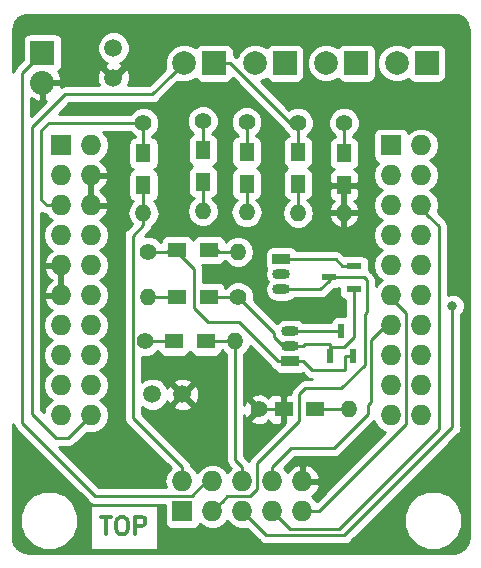
<source format=gtl>
G04 #@! TF.GenerationSoftware,KiCad,Pcbnew,(5.0.0)*
G04 #@! TF.CreationDate,2019-04-22T16:32:08+09:00*
G04 #@! TF.ProjectId,USBi_Programmer,555342695F50726F6772616D6D65722E,rev?*
G04 #@! TF.SameCoordinates,Original*
G04 #@! TF.FileFunction,Copper,L1,Top,Signal*
G04 #@! TF.FilePolarity,Positive*
%FSLAX46Y46*%
G04 Gerber Fmt 4.6, Leading zero omitted, Abs format (unit mm)*
G04 Created by KiCad (PCBNEW (5.0.0)) date 04/22/19 16:32:08*
%MOMM*%
%LPD*%
G01*
G04 APERTURE LIST*
G04 #@! TA.AperFunction,NonConductor*
%ADD10C,0.300000*%
G04 #@! TD*
G04 #@! TA.AperFunction,ComponentPad*
%ADD11O,1.500000X0.900000*%
G04 #@! TD*
G04 #@! TA.AperFunction,ComponentPad*
%ADD12R,1.500000X0.900000*%
G04 #@! TD*
G04 #@! TA.AperFunction,ComponentPad*
%ADD13C,1.501140*%
G04 #@! TD*
G04 #@! TA.AperFunction,ComponentPad*
%ADD14R,2.000000X2.000000*%
G04 #@! TD*
G04 #@! TA.AperFunction,ComponentPad*
%ADD15C,2.000000*%
G04 #@! TD*
G04 #@! TA.AperFunction,ComponentPad*
%ADD16O,1.727200X1.727200*%
G04 #@! TD*
G04 #@! TA.AperFunction,ComponentPad*
%ADD17R,1.727200X1.727200*%
G04 #@! TD*
G04 #@! TA.AperFunction,ComponentPad*
%ADD18R,2.032000X2.032000*%
G04 #@! TD*
G04 #@! TA.AperFunction,ComponentPad*
%ADD19O,2.032000X2.032000*%
G04 #@! TD*
G04 #@! TA.AperFunction,SMDPad,CuDef*
%ADD20R,0.600000X1.300000*%
G04 #@! TD*
G04 #@! TA.AperFunction,SMDPad,CuDef*
%ADD21R,1.300000X0.600000*%
G04 #@! TD*
G04 #@! TA.AperFunction,ComponentPad*
%ADD22O,1.400000X1.400000*%
G04 #@! TD*
G04 #@! TA.AperFunction,ComponentPad*
%ADD23C,1.400000*%
G04 #@! TD*
G04 #@! TA.AperFunction,SMDPad,CuDef*
%ADD24R,1.300000X1.500000*%
G04 #@! TD*
G04 #@! TA.AperFunction,SMDPad,CuDef*
%ADD25R,1.500000X1.300000*%
G04 #@! TD*
G04 #@! TA.AperFunction,ViaPad*
%ADD26C,0.800000*%
G04 #@! TD*
G04 #@! TA.AperFunction,Conductor*
%ADD27C,0.250000*%
G04 #@! TD*
G04 #@! TA.AperFunction,Conductor*
%ADD28C,0.254000*%
G04 #@! TD*
G04 APERTURE END LIST*
D10*
X108144714Y-176216571D02*
X109001857Y-176216571D01*
X108573285Y-177716571D02*
X108573285Y-176216571D01*
X109787571Y-176216571D02*
X110073285Y-176216571D01*
X110216142Y-176288000D01*
X110359000Y-176430857D01*
X110430428Y-176716571D01*
X110430428Y-177216571D01*
X110359000Y-177502285D01*
X110216142Y-177645142D01*
X110073285Y-177716571D01*
X109787571Y-177716571D01*
X109644714Y-177645142D01*
X109501857Y-177502285D01*
X109430428Y-177216571D01*
X109430428Y-176716571D01*
X109501857Y-176430857D01*
X109644714Y-176288000D01*
X109787571Y-176216571D01*
X111073285Y-177716571D02*
X111073285Y-176216571D01*
X111644714Y-176216571D01*
X111787571Y-176288000D01*
X111859000Y-176359428D01*
X111930428Y-176502285D01*
X111930428Y-176716571D01*
X111859000Y-176859428D01*
X111787571Y-176930857D01*
X111644714Y-177002285D01*
X111073285Y-177002285D01*
D11*
G04 #@! TO.P,Q1,2*
G04 #@! TO.N,USB_PWR_ON*
X124206000Y-161798000D03*
G04 #@! TO.P,Q1,3*
G04 #@! TO.N,Net-(P2-Pad1)*
X124206000Y-160528000D03*
D12*
G04 #@! TO.P,Q1,1*
G04 #@! TO.N,SCL*
X124206000Y-163068000D03*
G04 #@! TD*
D13*
G04 #@! TO.P,C1,2*
G04 #@! TO.N,GND*
X109220000Y-139065000D03*
G04 #@! TO.P,C1,1*
G04 #@! TO.N,+5VD*
X109220000Y-136525000D03*
G04 #@! TD*
D14*
G04 #@! TO.P,D1,1*
G04 #@! TO.N,Net-(D1-Pad1)*
X129779000Y-137811000D03*
D15*
G04 #@! TO.P,D1,2*
G04 #@! TO.N,+3V3*
X127239000Y-137811000D03*
G04 #@! TD*
D14*
G04 #@! TO.P,D2,1*
G04 #@! TO.N,Net-(D2-Pad1)*
X123739000Y-137811000D03*
D15*
G04 #@! TO.P,D2,2*
G04 #@! TO.N,+3V3*
X121199000Y-137811000D03*
G04 #@! TD*
D14*
G04 #@! TO.P,D3,1*
G04 #@! TO.N,Net-(D3-Pad1)*
X117739000Y-137811000D03*
D15*
G04 #@! TO.P,D3,2*
G04 #@! TO.N,+3V3*
X115199000Y-137811000D03*
G04 #@! TD*
D14*
G04 #@! TO.P,D4,1*
G04 #@! TO.N,Net-(D4-Pad1)*
X135739000Y-137811000D03*
D15*
G04 #@! TO.P,D4,2*
G04 #@! TO.N,+3V3*
X133199000Y-137811000D03*
G04 #@! TD*
D13*
G04 #@! TO.P,C2,2*
G04 #@! TO.N,GND*
X115062000Y-165862000D03*
G04 #@! TO.P,C2,1*
G04 #@! TO.N,+3V3*
X112522000Y-165862000D03*
G04 #@! TD*
D16*
G04 #@! TO.P,P1,20*
G04 #@! TO.N,+3V3*
X107315000Y-167640000D03*
G04 #@! TO.P,P1,19*
G04 #@! TO.N,N/C*
X104775000Y-167640000D03*
G04 #@! TO.P,P1,18*
G04 #@! TO.N,LED_3*
X107315000Y-165100000D03*
G04 #@! TO.P,P1,17*
G04 #@! TO.N,LED_2*
X104775000Y-165100000D03*
G04 #@! TO.P,P1,16*
G04 #@! TO.N,LED_1*
X107315000Y-162560000D03*
G04 #@! TO.P,P1,15*
G04 #@! TO.N,Net-(P1-Pad15)*
X104775000Y-162560000D03*
G04 #@! TO.P,P1,14*
G04 #@! TO.N,SDA*
X107315000Y-160020000D03*
G04 #@! TO.P,P1,13*
G04 #@! TO.N,SCL*
X104775000Y-160020000D03*
G04 #@! TO.P,P1,12*
G04 #@! TO.N,N/C*
X107315000Y-157480000D03*
G04 #@! TO.P,P1,11*
G04 #@! TO.N,GND*
X104775000Y-157480000D03*
G04 #@! TO.P,P1,10*
G04 #@! TO.N,N/C*
X107315000Y-154940000D03*
G04 #@! TO.P,P1,9*
G04 #@! TO.N,GND*
X104775000Y-154940000D03*
G04 #@! TO.P,P1,8*
G04 #@! TO.N,N/C*
X107315000Y-152400000D03*
G04 #@! TO.P,P1,7*
X104775000Y-152400000D03*
G04 #@! TO.P,P1,6*
G04 #@! TO.N,GND*
X107315000Y-149860000D03*
G04 #@! TO.P,P1,5*
G04 #@! TO.N,Net-(P1-Pad5)*
X104775000Y-149860000D03*
G04 #@! TO.P,P1,4*
G04 #@! TO.N,GND*
X107315000Y-147320000D03*
G04 #@! TO.P,P1,3*
G04 #@! TO.N,N/C*
X104775000Y-147320000D03*
G04 #@! TO.P,P1,2*
X107315000Y-144780000D03*
D17*
G04 #@! TO.P,P1,1*
X104775000Y-144780000D03*
G04 #@! TD*
G04 #@! TO.P,P2,1*
G04 #@! TO.N,Net-(P2-Pad1)*
X115062000Y-175768000D03*
D16*
G04 #@! TO.P,P2,2*
G04 #@! TO.N,USB_CLK*
X115062000Y-173228000D03*
G04 #@! TO.P,P2,3*
G04 #@! TO.N,Net-(P2-Pad3)*
X117602000Y-175768000D03*
G04 #@! TO.P,P2,4*
G04 #@! TO.N,+5VD*
X117602000Y-173228000D03*
G04 #@! TO.P,P2,5*
G04 #@! TO.N,COUT*
X120142000Y-175768000D03*
G04 #@! TO.P,P2,6*
G04 #@! TO.N,BRD_~RESET*
X120142000Y-173228000D03*
G04 #@! TO.P,P2,7*
G04 #@! TO.N,CCLK*
X122682000Y-175768000D03*
G04 #@! TO.P,P2,8*
G04 #@! TO.N,CDATA*
X122682000Y-173228000D03*
G04 #@! TO.P,P2,9*
G04 #@! TO.N,~CLATCH1*
X125222000Y-175768000D03*
G04 #@! TO.P,P2,10*
G04 #@! TO.N,GND*
X125222000Y-173228000D03*
G04 #@! TD*
D18*
G04 #@! TO.P,P3,1*
G04 #@! TO.N,+5VD*
X103205000Y-136935000D03*
D19*
G04 #@! TO.P,P3,2*
G04 #@! TO.N,GND*
X103205000Y-139475000D03*
G04 #@! TD*
D17*
G04 #@! TO.P,P4,1*
G04 #@! TO.N,N/C*
X132715000Y-144780000D03*
D16*
G04 #@! TO.P,P4,2*
X135255000Y-144780000D03*
G04 #@! TO.P,P4,3*
X132715000Y-147320000D03*
G04 #@! TO.P,P4,4*
X135255000Y-147320000D03*
G04 #@! TO.P,P4,5*
X132715000Y-149860000D03*
G04 #@! TO.P,P4,6*
G04 #@! TO.N,CCLK*
X135255000Y-149860000D03*
G04 #@! TO.P,P4,7*
G04 #@! TO.N,N/C*
X132715000Y-152400000D03*
G04 #@! TO.P,P4,8*
X135255000Y-152400000D03*
G04 #@! TO.P,P4,9*
X132715000Y-154940000D03*
G04 #@! TO.P,P4,10*
X135255000Y-154940000D03*
G04 #@! TO.P,P4,11*
G04 #@! TO.N,~CLATCH1*
X132715000Y-157480000D03*
G04 #@! TO.P,P4,12*
G04 #@! TO.N,COUT*
X135255000Y-157480000D03*
G04 #@! TO.P,P4,13*
G04 #@! TO.N,CDATA*
X132715000Y-160020000D03*
G04 #@! TO.P,P4,14*
G04 #@! TO.N,N/C*
X135255000Y-160020000D03*
G04 #@! TO.P,P4,15*
X132715000Y-162560000D03*
G04 #@! TO.P,P4,16*
X135255000Y-162560000D03*
G04 #@! TO.P,P4,17*
X132715000Y-165100000D03*
G04 #@! TO.P,P4,18*
X135255000Y-165100000D03*
G04 #@! TO.P,P4,19*
X132715000Y-167640000D03*
G04 #@! TO.P,P4,20*
G04 #@! TO.N,USB_PWR_ON*
X135255000Y-167640000D03*
G04 #@! TD*
D20*
G04 #@! TO.P,Q3,1*
G04 #@! TO.N,USB_PWR_ON*
X127574000Y-162594000D03*
G04 #@! TO.P,Q3,2*
G04 #@! TO.N,SCL*
X129474000Y-162594000D03*
G04 #@! TO.P,Q3,3*
G04 #@! TO.N,Net-(P2-Pad1)*
X128524000Y-160494000D03*
G04 #@! TD*
D21*
G04 #@! TO.P,Q4,3*
G04 #@! TO.N,Net-(P2-Pad3)*
X127474000Y-155956000D03*
G04 #@! TO.P,Q4,2*
G04 #@! TO.N,SDA*
X129574000Y-155006000D03*
G04 #@! TO.P,Q4,1*
G04 #@! TO.N,USB_PWR_ON*
X129574000Y-156906000D03*
G04 #@! TD*
D22*
G04 #@! TO.P,R1,2*
G04 #@! TO.N,USB_CLK*
X111760000Y-150495000D03*
D23*
G04 #@! TO.P,R1,1*
G04 #@! TO.N,Net-(P1-Pad5)*
X111760000Y-142875000D03*
G04 #@! TD*
G04 #@! TO.P,R2,1*
G04 #@! TO.N,Net-(P1-Pad15)*
X111887000Y-161370000D03*
D22*
G04 #@! TO.P,R2,2*
G04 #@! TO.N,BRD_~RESET*
X119507000Y-161370000D03*
G04 #@! TD*
D23*
G04 #@! TO.P,R3,1*
G04 #@! TO.N,SCL*
X112149000Y-153797000D03*
D22*
G04 #@! TO.P,R3,2*
G04 #@! TO.N,USB_PWR_ON*
X119769000Y-153797000D03*
G04 #@! TD*
G04 #@! TO.P,R4,2*
G04 #@! TO.N,SDA*
X112171000Y-157622000D03*
D23*
G04 #@! TO.P,R4,1*
G04 #@! TO.N,USB_PWR_ON*
X119791000Y-157622000D03*
G04 #@! TD*
D22*
G04 #@! TO.P,R5,2*
G04 #@! TO.N,LED_1*
X120487000Y-150444000D03*
D23*
G04 #@! TO.P,R5,1*
G04 #@! TO.N,Net-(D1-Pad1)*
X120487000Y-142824000D03*
G04 #@! TD*
D22*
G04 #@! TO.P,R6,2*
G04 #@! TO.N,LED_2*
X116784000Y-150340000D03*
D23*
G04 #@! TO.P,R6,1*
G04 #@! TO.N,Net-(D2-Pad1)*
X116784000Y-142720000D03*
G04 #@! TD*
G04 #@! TO.P,R7,1*
G04 #@! TO.N,Net-(D3-Pad1)*
X124841000Y-142875000D03*
D22*
G04 #@! TO.P,R7,2*
G04 #@! TO.N,LED_3*
X124841000Y-150495000D03*
G04 #@! TD*
D23*
G04 #@! TO.P,R8,1*
G04 #@! TO.N,GND*
X121539000Y-167132000D03*
D22*
G04 #@! TO.P,R8,2*
G04 #@! TO.N,USB_PWR_ON*
X129159000Y-167132000D03*
G04 #@! TD*
G04 #@! TO.P,R9,2*
G04 #@! TO.N,GND*
X128735000Y-150495000D03*
D23*
G04 #@! TO.P,R9,1*
G04 #@! TO.N,Net-(D4-Pad1)*
X128735000Y-142875000D03*
G04 #@! TD*
D12*
G04 #@! TO.P,Q2,1*
G04 #@! TO.N,SDA*
X123444000Y-154432000D03*
D11*
G04 #@! TO.P,Q2,3*
G04 #@! TO.N,Net-(P2-Pad3)*
X123444000Y-156972000D03*
G04 #@! TO.P,Q2,2*
G04 #@! TO.N,USB_PWR_ON*
X123444000Y-155702000D03*
G04 #@! TD*
D24*
G04 #@! TO.P,R10,2*
G04 #@! TO.N,USB_CLK*
X111760000Y-148162000D03*
G04 #@! TO.P,R10,1*
G04 #@! TO.N,Net-(P1-Pad5)*
X111760000Y-145462000D03*
G04 #@! TD*
D25*
G04 #@! TO.P,R11,1*
G04 #@! TO.N,Net-(P1-Pad15)*
X114347000Y-161370000D03*
G04 #@! TO.P,R11,2*
G04 #@! TO.N,BRD_~RESET*
X117047000Y-161370000D03*
G04 #@! TD*
G04 #@! TO.P,R12,1*
G04 #@! TO.N,SCL*
X114609000Y-153645000D03*
G04 #@! TO.P,R12,2*
G04 #@! TO.N,USB_PWR_ON*
X117309000Y-153645000D03*
G04 #@! TD*
D24*
G04 #@! TO.P,R13,2*
G04 #@! TO.N,LED_1*
X120487000Y-148035000D03*
G04 #@! TO.P,R13,1*
G04 #@! TO.N,Net-(D1-Pad1)*
X120487000Y-145335000D03*
G04 #@! TD*
D25*
G04 #@! TO.P,R14,2*
G04 #@! TO.N,USB_PWR_ON*
X126318000Y-167132000D03*
G04 #@! TO.P,R14,1*
G04 #@! TO.N,GND*
X123618000Y-167132000D03*
G04 #@! TD*
G04 #@! TO.P,R15,2*
G04 #@! TO.N,SDA*
X114631000Y-157622000D03*
G04 #@! TO.P,R15,1*
G04 #@! TO.N,USB_PWR_ON*
X117331000Y-157622000D03*
G04 #@! TD*
D24*
G04 #@! TO.P,R16,1*
G04 #@! TO.N,Net-(D2-Pad1)*
X116784000Y-145180000D03*
G04 #@! TO.P,R16,2*
G04 #@! TO.N,LED_2*
X116784000Y-147880000D03*
G04 #@! TD*
G04 #@! TO.P,R17,2*
G04 #@! TO.N,LED_3*
X124841000Y-148035000D03*
G04 #@! TO.P,R17,1*
G04 #@! TO.N,Net-(D3-Pad1)*
X124841000Y-145335000D03*
G04 #@! TD*
G04 #@! TO.P,R18,1*
G04 #@! TO.N,Net-(D4-Pad1)*
X128735000Y-145462000D03*
G04 #@! TO.P,R18,2*
G04 #@! TO.N,GND*
X128735000Y-148162000D03*
G04 #@! TD*
D26*
G04 #@! TO.N,COUT*
X137922000Y-158369000D03*
G04 #@! TD*
D27*
G04 #@! TO.N,GND*
X123868000Y-167132000D02*
X121539000Y-167132000D01*
G04 #@! TO.N,+5VD*
X117094000Y-173228000D02*
X117602000Y-173228000D01*
X115880600Y-174441400D02*
X117094000Y-173228000D01*
X107639400Y-174441400D02*
X115880600Y-174441400D01*
X101473000Y-168275000D02*
X107639400Y-174441400D01*
X103205000Y-136935000D02*
X101473000Y-138667000D01*
X101473000Y-138667000D02*
X101473000Y-168275000D01*
G04 #@! TO.N,Net-(D1-Pad1)*
X120487000Y-145379000D02*
X120523000Y-145415000D01*
X120487000Y-142824000D02*
X120487000Y-145379000D01*
G04 #@! TO.N,+3V3*
X114199001Y-138810999D02*
X114173001Y-138810999D01*
X115199000Y-137811000D02*
X114199001Y-138810999D01*
X114173001Y-138810999D02*
X112522000Y-140462000D01*
X112522000Y-140462000D02*
X105156000Y-140462000D01*
X105156000Y-140462000D02*
X102362000Y-143256000D01*
X102362000Y-143256000D02*
X102362000Y-167513000D01*
X102362000Y-167513000D02*
X104394000Y-169545000D01*
X105410000Y-169545000D02*
X107315000Y-167640000D01*
X104394000Y-169545000D02*
X105410000Y-169545000D01*
G04 #@! TO.N,Net-(D2-Pad1)*
X116784000Y-142720000D02*
X116784000Y-145430000D01*
G04 #@! TO.N,Net-(D3-Pad1)*
X124841000Y-142875000D02*
X124128300Y-142875000D01*
X124128300Y-142875000D02*
X119064300Y-137811000D01*
X124841000Y-142875000D02*
X124841000Y-145585000D01*
X117739000Y-137811000D02*
X119064300Y-137811000D01*
G04 #@! TO.N,Net-(D4-Pad1)*
X128735000Y-145499000D02*
X128778000Y-145542000D01*
X128735000Y-142875000D02*
X128735000Y-145499000D01*
G04 #@! TO.N,Net-(P1-Pad5)*
X111760000Y-142875000D02*
X111760000Y-145712000D01*
X110770051Y-142875000D02*
X111760000Y-142875000D01*
X103759000Y-142875000D02*
X110770051Y-142875000D01*
X103124000Y-143510000D02*
X103759000Y-142875000D01*
X103124000Y-149430314D02*
X103124000Y-143510000D01*
X104775000Y-149860000D02*
X103553686Y-149860000D01*
X103553686Y-149860000D02*
X103124000Y-149430314D01*
G04 #@! TO.N,SCL*
X114396400Y-153645000D02*
X113933700Y-153645000D01*
X114859000Y-153645000D02*
X114396400Y-153645000D01*
X112149000Y-153797000D02*
X113781700Y-153797000D01*
X113781700Y-153797000D02*
X113933700Y-153645000D01*
X125281300Y-163068000D02*
X124206000Y-163068000D01*
X126043300Y-163830000D02*
X125281300Y-163068000D01*
X128778000Y-163830000D02*
X126043300Y-163830000D01*
X128848700Y-163759300D02*
X128778000Y-163830000D01*
X129474000Y-162594000D02*
X128848700Y-162594000D01*
X128848700Y-162594000D02*
X128848700Y-163759300D01*
X123130700Y-163068000D02*
X124206000Y-163068000D01*
X119810200Y-159747500D02*
X123130700Y-163068000D01*
X117202500Y-159747500D02*
X119810200Y-159747500D01*
X116040700Y-158585700D02*
X117202500Y-159747500D01*
X114396400Y-153645000D02*
X116040700Y-155289300D01*
X116040700Y-155289300D02*
X116040700Y-158585700D01*
G04 #@! TO.N,SDA*
X129574000Y-155006000D02*
X128598700Y-155006000D01*
X128598700Y-155006000D02*
X128024700Y-154432000D01*
X128024700Y-154432000D02*
X123444000Y-154432000D01*
X114881000Y-157622000D02*
X112171000Y-157622000D01*
G04 #@! TO.N,Net-(P1-Pad15)*
X114597000Y-161370000D02*
X111887000Y-161370000D01*
G04 #@! TO.N,LED_1*
X120487000Y-150444000D02*
X120487000Y-147564000D01*
G04 #@! TO.N,LED_2*
X116784000Y-150340000D02*
X116784000Y-147630000D01*
G04 #@! TO.N,LED_3*
X124841000Y-150495000D02*
X124841000Y-147785000D01*
G04 #@! TO.N,Net-(P2-Pad1)*
X124206000Y-160528000D02*
X125281300Y-160528000D01*
X128524000Y-160494000D02*
X125315300Y-160494000D01*
X125315300Y-160494000D02*
X125281300Y-160528000D01*
G04 #@! TO.N,USB_CLK*
X115062000Y-173228000D02*
X115062000Y-172039100D01*
X111760000Y-150495000D02*
X111760000Y-151520300D01*
X111760000Y-151520300D02*
X110858200Y-152422100D01*
X110858200Y-152422100D02*
X110858200Y-167835300D01*
X110858200Y-167835300D02*
X115062000Y-172039100D01*
X111760000Y-147912000D02*
X111760000Y-150495000D01*
G04 #@! TO.N,Net-(P2-Pad3)*
X123444000Y-156972000D02*
X126732900Y-156972000D01*
X126732900Y-156972000D02*
X127474000Y-156230900D01*
X127474000Y-155956000D02*
X127474000Y-156230900D01*
X118872000Y-174498000D02*
X118465599Y-174904401D01*
X120777000Y-174498000D02*
X118872000Y-174498000D01*
X121412000Y-171704000D02*
X121412000Y-173863000D01*
X124968000Y-165862000D02*
X124968000Y-168148000D01*
X118465599Y-174904401D02*
X117602000Y-175768000D01*
X121412000Y-173863000D02*
X120777000Y-174498000D01*
X125476000Y-165354000D02*
X124968000Y-165862000D01*
X128524000Y-165354000D02*
X125476000Y-165354000D01*
X130486989Y-163391011D02*
X128524000Y-165354000D01*
X127748900Y-155956000D02*
X130429000Y-155956000D01*
X127474000Y-156230900D02*
X127748900Y-155956000D01*
X130429000Y-155956000D02*
X130683000Y-156210000D01*
X124968000Y-168148000D02*
X121412000Y-171704000D01*
X130683000Y-156210000D02*
X130683000Y-158877000D01*
X130683000Y-158877000D02*
X130486989Y-159073011D01*
X130486989Y-159073011D02*
X130486989Y-163391011D01*
G04 #@! TO.N,COUT*
X137922000Y-168656000D02*
X137922000Y-158369000D01*
X128778000Y-177800000D02*
X137922000Y-168656000D01*
X120142000Y-175768000D02*
X122174000Y-177800000D01*
X122174000Y-177800000D02*
X128778000Y-177800000D01*
G04 #@! TO.N,BRD_~RESET*
X119507000Y-161370000D02*
X119507000Y-171404100D01*
X119507000Y-171404100D02*
X120142000Y-172039100D01*
X120142000Y-173228000D02*
X120142000Y-172039100D01*
X119507000Y-161370000D02*
X116797000Y-161370000D01*
G04 #@! TO.N,CCLK*
X135864599Y-150723599D02*
X135001000Y-149860000D01*
X136779000Y-151638000D02*
X135864599Y-150723599D01*
X136779000Y-168783000D02*
X136779000Y-151638000D01*
X128339011Y-177222989D02*
X136779000Y-168783000D01*
X122682000Y-175768000D02*
X124136989Y-177222989D01*
X124136989Y-177222989D02*
X128339011Y-177222989D01*
G04 #@! TO.N,CDATA*
X122682000Y-172039100D02*
X122682000Y-173228000D01*
X124287100Y-170434000D02*
X122682000Y-172039100D01*
X127889000Y-170434000D02*
X124287100Y-170434000D01*
X132334000Y-160020000D02*
X131064000Y-161290000D01*
X131064000Y-161290000D02*
X131064000Y-166497000D01*
X131064000Y-166497000D02*
X130810000Y-166751000D01*
X132461000Y-160020000D02*
X132334000Y-160020000D01*
X130810000Y-166751000D02*
X130810000Y-167513000D01*
X130810000Y-167513000D02*
X127889000Y-170434000D01*
G04 #@! TO.N,~CLATCH1*
X133985000Y-159004000D02*
X132461000Y-157480000D01*
X133985000Y-168402000D02*
X133985000Y-159004000D01*
X125222000Y-175768000D02*
X126619000Y-175768000D01*
X126619000Y-175768000D02*
X133985000Y-168402000D01*
G04 #@! TO.N,USB_PWR_ON*
X117059000Y-153645000D02*
X117984300Y-153645000D01*
X119769000Y-153797000D02*
X118136300Y-153797000D01*
X118136300Y-153797000D02*
X117984300Y-153645000D01*
X128778000Y-167132000D02*
X126068000Y-167132000D01*
X119791000Y-157622000D02*
X118006300Y-157622000D01*
X117081000Y-157622000D02*
X118006300Y-157622000D01*
X127574000Y-161849800D02*
X127574000Y-161618700D01*
X127574000Y-162594000D02*
X127574000Y-161849800D01*
X124206000Y-161798000D02*
X125281300Y-161798000D01*
X125460600Y-161618700D02*
X127574000Y-161618700D01*
X125281300Y-161798000D02*
X125460600Y-161618700D01*
X128726200Y-161849800D02*
X127574000Y-161849800D01*
X129574000Y-156906000D02*
X129574000Y-161002000D01*
X129574000Y-161002000D02*
X128726200Y-161849800D01*
X123571000Y-161798000D02*
X124206000Y-161798000D01*
X122809000Y-161036000D02*
X123571000Y-161798000D01*
X119791000Y-157622000D02*
X122809000Y-160640000D01*
X122809000Y-160640000D02*
X122809000Y-161036000D01*
G04 #@! TD*
D28*
G04 #@! TO.N,GND*
G36*
X138360027Y-133768803D02*
X138691110Y-133919338D01*
X138966639Y-134156749D01*
X139164456Y-134461944D01*
X139275700Y-134833917D01*
X139290001Y-135026362D01*
X139290000Y-177949420D01*
X139231197Y-178360027D01*
X139080661Y-178691112D01*
X138843251Y-178966639D01*
X138538056Y-179164456D01*
X138166083Y-179275700D01*
X137973652Y-179290000D01*
X102050580Y-179290000D01*
X101639973Y-179231197D01*
X101308888Y-179080661D01*
X101033361Y-178843251D01*
X100835544Y-178538056D01*
X100724300Y-178166083D01*
X100710000Y-177973652D01*
X100710000Y-176035703D01*
X101274000Y-176035703D01*
X101274000Y-177024297D01*
X101652319Y-177937639D01*
X102351361Y-178636681D01*
X103264703Y-179015000D01*
X104253297Y-179015000D01*
X105166639Y-178636681D01*
X105865681Y-177937639D01*
X106244000Y-177024297D01*
X106244000Y-176035703D01*
X105917723Y-175248000D01*
X107216857Y-175248000D01*
X107216857Y-179068000D01*
X113001143Y-179068000D01*
X113001143Y-175248000D01*
X107216857Y-175248000D01*
X105917723Y-175248000D01*
X105865681Y-175122361D01*
X105166639Y-174423319D01*
X104253297Y-174045000D01*
X103264703Y-174045000D01*
X102351361Y-174423319D01*
X101652319Y-175122361D01*
X101274000Y-176035703D01*
X100710000Y-176035703D01*
X100710000Y-168334765D01*
X100713001Y-168349852D01*
X100757097Y-168571537D01*
X100925072Y-168822929D01*
X100988528Y-168865329D01*
X107049071Y-174925873D01*
X107091471Y-174989329D01*
X107342863Y-175157304D01*
X107564548Y-175201400D01*
X107564552Y-175201400D01*
X107639400Y-175216288D01*
X107714248Y-175201400D01*
X113550960Y-175201400D01*
X113550960Y-176631600D01*
X113600243Y-176879365D01*
X113740591Y-177089409D01*
X113950635Y-177229757D01*
X114198400Y-177279040D01*
X115925600Y-177279040D01*
X116173365Y-177229757D01*
X116383409Y-177089409D01*
X116523757Y-176879365D01*
X116528932Y-176853349D01*
X117017275Y-177179650D01*
X117454402Y-177266600D01*
X117749598Y-177266600D01*
X118186725Y-177179650D01*
X118682430Y-176848430D01*
X118872000Y-176564719D01*
X119061570Y-176848430D01*
X119557275Y-177179650D01*
X119994402Y-177266600D01*
X120289598Y-177266600D01*
X120519974Y-177220775D01*
X121583671Y-178284473D01*
X121626071Y-178347929D01*
X121877463Y-178515904D01*
X122099148Y-178560000D01*
X122099153Y-178560000D01*
X122174000Y-178574888D01*
X122248847Y-178560000D01*
X128703153Y-178560000D01*
X128778000Y-178574888D01*
X128852847Y-178560000D01*
X128852852Y-178560000D01*
X129074537Y-178515904D01*
X129325929Y-178347929D01*
X129368331Y-178284470D01*
X131617098Y-176035703D01*
X133786000Y-176035703D01*
X133786000Y-177024297D01*
X134164319Y-177937639D01*
X134863361Y-178636681D01*
X135776703Y-179015000D01*
X136765297Y-179015000D01*
X137678639Y-178636681D01*
X138377681Y-177937639D01*
X138756000Y-177024297D01*
X138756000Y-176035703D01*
X138377681Y-175122361D01*
X137678639Y-174423319D01*
X136765297Y-174045000D01*
X135776703Y-174045000D01*
X134863361Y-174423319D01*
X134164319Y-175122361D01*
X133786000Y-176035703D01*
X131617098Y-176035703D01*
X138406473Y-169246329D01*
X138469929Y-169203929D01*
X138565747Y-169060528D01*
X138637904Y-168952538D01*
X138662458Y-168829096D01*
X138682000Y-168730852D01*
X138682000Y-168730848D01*
X138696888Y-168656000D01*
X138682000Y-168581152D01*
X138682000Y-159072711D01*
X138799431Y-158955280D01*
X138957000Y-158574874D01*
X138957000Y-158163126D01*
X138799431Y-157782720D01*
X138508280Y-157491569D01*
X138127874Y-157334000D01*
X137716126Y-157334000D01*
X137539000Y-157407368D01*
X137539000Y-151712846D01*
X137553888Y-151637999D01*
X137539000Y-151563152D01*
X137539000Y-151563148D01*
X137494904Y-151341463D01*
X137447080Y-151269889D01*
X137369329Y-151153526D01*
X137369327Y-151153524D01*
X137326929Y-151090071D01*
X137263475Y-151047673D01*
X136664197Y-150448396D01*
X136666650Y-150444725D01*
X136782959Y-149860000D01*
X136666650Y-149275275D01*
X136335430Y-148779570D01*
X136051719Y-148590000D01*
X136335430Y-148400430D01*
X136666650Y-147904725D01*
X136782959Y-147320000D01*
X136666650Y-146735275D01*
X136335430Y-146239570D01*
X136051719Y-146050000D01*
X136335430Y-145860430D01*
X136666650Y-145364725D01*
X136782959Y-144780000D01*
X136666650Y-144195275D01*
X136335430Y-143699570D01*
X135839725Y-143368350D01*
X135402598Y-143281400D01*
X135107402Y-143281400D01*
X134670275Y-143368350D01*
X134181932Y-143694651D01*
X134176757Y-143668635D01*
X134036409Y-143458591D01*
X133826365Y-143318243D01*
X133578600Y-143268960D01*
X131851400Y-143268960D01*
X131603635Y-143318243D01*
X131393591Y-143458591D01*
X131253243Y-143668635D01*
X131203960Y-143916400D01*
X131203960Y-145643600D01*
X131253243Y-145891365D01*
X131393591Y-146101409D01*
X131603635Y-146241757D01*
X131629651Y-146246932D01*
X131303350Y-146735275D01*
X131187041Y-147320000D01*
X131303350Y-147904725D01*
X131634570Y-148400430D01*
X131918281Y-148590000D01*
X131634570Y-148779570D01*
X131303350Y-149275275D01*
X131187041Y-149860000D01*
X131303350Y-150444725D01*
X131634570Y-150940430D01*
X131918281Y-151130000D01*
X131634570Y-151319570D01*
X131303350Y-151815275D01*
X131187041Y-152400000D01*
X131303350Y-152984725D01*
X131634570Y-153480430D01*
X131918281Y-153670000D01*
X131634570Y-153859570D01*
X131303350Y-154355275D01*
X131187041Y-154940000D01*
X131303350Y-155524725D01*
X131634570Y-156020430D01*
X131918281Y-156210000D01*
X131634570Y-156399570D01*
X131443000Y-156686274D01*
X131443000Y-156284846D01*
X131457888Y-156209999D01*
X131443000Y-156135152D01*
X131443000Y-156135148D01*
X131398904Y-155913463D01*
X131230929Y-155662071D01*
X131167470Y-155619669D01*
X131019331Y-155471530D01*
X130976929Y-155408071D01*
X130865894Y-155333880D01*
X130871440Y-155306000D01*
X130871440Y-154706000D01*
X130822157Y-154458235D01*
X130681809Y-154248191D01*
X130471765Y-154107843D01*
X130224000Y-154058560D01*
X128924000Y-154058560D01*
X128758901Y-154091400D01*
X128615031Y-153947530D01*
X128572629Y-153884071D01*
X128321237Y-153716096D01*
X128099552Y-153672000D01*
X128099547Y-153672000D01*
X128024700Y-153657112D01*
X127949853Y-153672000D01*
X124750573Y-153672000D01*
X124651809Y-153524191D01*
X124441765Y-153383843D01*
X124194000Y-153334560D01*
X122694000Y-153334560D01*
X122446235Y-153383843D01*
X122236191Y-153524191D01*
X122095843Y-153734235D01*
X122046560Y-153982000D01*
X122046560Y-154882000D01*
X122095843Y-155129765D01*
X122158640Y-155223747D01*
X122121953Y-155278654D01*
X122037744Y-155702000D01*
X122121953Y-156125346D01*
X122263376Y-156337000D01*
X122121953Y-156548654D01*
X122037744Y-156972000D01*
X122121953Y-157395346D01*
X122361759Y-157754241D01*
X122720654Y-157994047D01*
X123037139Y-158057000D01*
X123850861Y-158057000D01*
X124167346Y-157994047D01*
X124526241Y-157754241D01*
X124541102Y-157732000D01*
X126658053Y-157732000D01*
X126732900Y-157746888D01*
X126807747Y-157732000D01*
X126807752Y-157732000D01*
X127029437Y-157687904D01*
X127280829Y-157519929D01*
X127323231Y-157456470D01*
X127876262Y-156903440D01*
X128124000Y-156903440D01*
X128276560Y-156873094D01*
X128276560Y-157206000D01*
X128325843Y-157453765D01*
X128466191Y-157663809D01*
X128676235Y-157804157D01*
X128814000Y-157831560D01*
X128814001Y-159196560D01*
X128224000Y-159196560D01*
X127976235Y-159245843D01*
X127766191Y-159386191D01*
X127625843Y-159596235D01*
X127598440Y-159734000D01*
X125390146Y-159734000D01*
X125315299Y-159719112D01*
X125263717Y-159729372D01*
X124929346Y-159505953D01*
X124612861Y-159443000D01*
X123799139Y-159443000D01*
X123482654Y-159505953D01*
X123123759Y-159745759D01*
X123070007Y-159826205D01*
X121126000Y-157882199D01*
X121126000Y-157356452D01*
X120922758Y-156865783D01*
X120547217Y-156490242D01*
X120056548Y-156287000D01*
X119525452Y-156287000D01*
X119034783Y-156490242D01*
X118699337Y-156825688D01*
X118679157Y-156724235D01*
X118538809Y-156514191D01*
X118328765Y-156373843D01*
X118081000Y-156324560D01*
X116800700Y-156324560D01*
X116800700Y-155364146D01*
X116815588Y-155289299D01*
X116800700Y-155214452D01*
X116800700Y-155214448D01*
X116756604Y-154992763D01*
X116722979Y-154942440D01*
X118059000Y-154942440D01*
X118306765Y-154893157D01*
X118516809Y-154752809D01*
X118647645Y-154557000D01*
X118671226Y-154557000D01*
X118806519Y-154759481D01*
X119248109Y-155054542D01*
X119637515Y-155132000D01*
X119900485Y-155132000D01*
X120289891Y-155054542D01*
X120731481Y-154759481D01*
X121026542Y-154317891D01*
X121130154Y-153797000D01*
X121026542Y-153276109D01*
X120731481Y-152834519D01*
X120289891Y-152539458D01*
X119900485Y-152462000D01*
X119637515Y-152462000D01*
X119248109Y-152539458D01*
X118806519Y-152834519D01*
X118704800Y-152986753D01*
X118657157Y-152747235D01*
X118516809Y-152537191D01*
X118306765Y-152396843D01*
X118059000Y-152347560D01*
X116559000Y-152347560D01*
X116311235Y-152396843D01*
X116101191Y-152537191D01*
X115960843Y-152747235D01*
X115959000Y-152756500D01*
X115957157Y-152747235D01*
X115816809Y-152537191D01*
X115606765Y-152396843D01*
X115359000Y-152347560D01*
X113859000Y-152347560D01*
X113611235Y-152396843D01*
X113401191Y-152537191D01*
X113260843Y-152747235D01*
X113215445Y-152975470D01*
X112905217Y-152665242D01*
X112414548Y-152462000D01*
X111893102Y-152462000D01*
X112244473Y-152110629D01*
X112307929Y-152068229D01*
X112395194Y-151937628D01*
X112475904Y-151816838D01*
X112497912Y-151706196D01*
X112520000Y-151595152D01*
X112520000Y-151595148D01*
X112520545Y-151592411D01*
X112722481Y-151457481D01*
X113017542Y-151015891D01*
X113121154Y-150495000D01*
X113090323Y-150340000D01*
X115422846Y-150340000D01*
X115526458Y-150860891D01*
X115821519Y-151302481D01*
X116263109Y-151597542D01*
X116652515Y-151675000D01*
X116915485Y-151675000D01*
X117304891Y-151597542D01*
X117746481Y-151302481D01*
X118041542Y-150860891D01*
X118124467Y-150444000D01*
X119125846Y-150444000D01*
X119229458Y-150964891D01*
X119524519Y-151406481D01*
X119966109Y-151701542D01*
X120355515Y-151779000D01*
X120618485Y-151779000D01*
X121007891Y-151701542D01*
X121449481Y-151406481D01*
X121744542Y-150964891D01*
X121848154Y-150444000D01*
X121744542Y-149923109D01*
X121449481Y-149481519D01*
X121321196Y-149395802D01*
X121384765Y-149383157D01*
X121594809Y-149242809D01*
X121735157Y-149032765D01*
X121784440Y-148785000D01*
X121784440Y-147285000D01*
X121735157Y-147037235D01*
X121594809Y-146827191D01*
X121384765Y-146686843D01*
X121375500Y-146685000D01*
X121384765Y-146683157D01*
X121594809Y-146542809D01*
X121735157Y-146332765D01*
X121784440Y-146085000D01*
X121784440Y-144585000D01*
X121735157Y-144337235D01*
X121594809Y-144127191D01*
X121384765Y-143986843D01*
X121247000Y-143959440D01*
X121247000Y-143951975D01*
X121618758Y-143580217D01*
X121822000Y-143089548D01*
X121822000Y-142558452D01*
X121618758Y-142067783D01*
X121243217Y-141692242D01*
X120752548Y-141489000D01*
X120221452Y-141489000D01*
X119730783Y-141692242D01*
X119355242Y-142067783D01*
X119152000Y-142558452D01*
X119152000Y-143089548D01*
X119355242Y-143580217D01*
X119727000Y-143951975D01*
X119727000Y-143959440D01*
X119589235Y-143986843D01*
X119379191Y-144127191D01*
X119238843Y-144337235D01*
X119189560Y-144585000D01*
X119189560Y-146085000D01*
X119238843Y-146332765D01*
X119379191Y-146542809D01*
X119589235Y-146683157D01*
X119598500Y-146685000D01*
X119589235Y-146686843D01*
X119379191Y-146827191D01*
X119238843Y-147037235D01*
X119189560Y-147285000D01*
X119189560Y-148785000D01*
X119238843Y-149032765D01*
X119379191Y-149242809D01*
X119589235Y-149383157D01*
X119652804Y-149395802D01*
X119524519Y-149481519D01*
X119229458Y-149923109D01*
X119125846Y-150444000D01*
X118124467Y-150444000D01*
X118145154Y-150340000D01*
X118041542Y-149819109D01*
X117746481Y-149377519D01*
X117559378Y-149252501D01*
X117681765Y-149228157D01*
X117891809Y-149087809D01*
X118032157Y-148877765D01*
X118081440Y-148630000D01*
X118081440Y-147130000D01*
X118032157Y-146882235D01*
X117891809Y-146672191D01*
X117681765Y-146531843D01*
X117672500Y-146530000D01*
X117681765Y-146528157D01*
X117891809Y-146387809D01*
X118032157Y-146177765D01*
X118081440Y-145930000D01*
X118081440Y-144430000D01*
X118032157Y-144182235D01*
X117891809Y-143972191D01*
X117681765Y-143831843D01*
X117580312Y-143811663D01*
X117915758Y-143476217D01*
X118119000Y-142985548D01*
X118119000Y-142454452D01*
X117915758Y-141963783D01*
X117540217Y-141588242D01*
X117049548Y-141385000D01*
X116518452Y-141385000D01*
X116027783Y-141588242D01*
X115652242Y-141963783D01*
X115449000Y-142454452D01*
X115449000Y-142985548D01*
X115652242Y-143476217D01*
X115987688Y-143811663D01*
X115886235Y-143831843D01*
X115676191Y-143972191D01*
X115535843Y-144182235D01*
X115486560Y-144430000D01*
X115486560Y-145930000D01*
X115535843Y-146177765D01*
X115676191Y-146387809D01*
X115886235Y-146528157D01*
X115895500Y-146530000D01*
X115886235Y-146531843D01*
X115676191Y-146672191D01*
X115535843Y-146882235D01*
X115486560Y-147130000D01*
X115486560Y-148630000D01*
X115535843Y-148877765D01*
X115676191Y-149087809D01*
X115886235Y-149228157D01*
X116008622Y-149252501D01*
X115821519Y-149377519D01*
X115526458Y-149819109D01*
X115422846Y-150340000D01*
X113090323Y-150340000D01*
X113017542Y-149974109D01*
X112722481Y-149532519D01*
X112673389Y-149499717D01*
X112867809Y-149369809D01*
X113008157Y-149159765D01*
X113057440Y-148912000D01*
X113057440Y-147412000D01*
X113008157Y-147164235D01*
X112867809Y-146954191D01*
X112657765Y-146813843D01*
X112648500Y-146812000D01*
X112657765Y-146810157D01*
X112867809Y-146669809D01*
X113008157Y-146459765D01*
X113057440Y-146212000D01*
X113057440Y-144712000D01*
X113008157Y-144464235D01*
X112867809Y-144254191D01*
X112657765Y-144113843D01*
X112520000Y-144086440D01*
X112520000Y-144002975D01*
X112891758Y-143631217D01*
X113095000Y-143140548D01*
X113095000Y-142609452D01*
X112891758Y-142118783D01*
X112516217Y-141743242D01*
X112025548Y-141540000D01*
X111494452Y-141540000D01*
X111003783Y-141743242D01*
X110632025Y-142115000D01*
X104577802Y-142115000D01*
X105470802Y-141222000D01*
X112447153Y-141222000D01*
X112522000Y-141236888D01*
X112596847Y-141222000D01*
X112596852Y-141222000D01*
X112818537Y-141177904D01*
X113069929Y-141009929D01*
X113112331Y-140946470D01*
X114605118Y-139453684D01*
X114715029Y-139380244D01*
X114873778Y-139446000D01*
X115524222Y-139446000D01*
X116125153Y-139197086D01*
X116189962Y-139132277D01*
X116281191Y-139268809D01*
X116491235Y-139409157D01*
X116739000Y-139458440D01*
X118739000Y-139458440D01*
X118986765Y-139409157D01*
X119196809Y-139268809D01*
X119297145Y-139118646D01*
X123537973Y-143359476D01*
X123580371Y-143422929D01*
X123639267Y-143462282D01*
X123709242Y-143631217D01*
X124044688Y-143966663D01*
X123943235Y-143986843D01*
X123733191Y-144127191D01*
X123592843Y-144337235D01*
X123543560Y-144585000D01*
X123543560Y-146085000D01*
X123592843Y-146332765D01*
X123733191Y-146542809D01*
X123943235Y-146683157D01*
X123952500Y-146685000D01*
X123943235Y-146686843D01*
X123733191Y-146827191D01*
X123592843Y-147037235D01*
X123543560Y-147285000D01*
X123543560Y-148785000D01*
X123592843Y-149032765D01*
X123733191Y-149242809D01*
X123943235Y-149383157D01*
X124065622Y-149407501D01*
X123878519Y-149532519D01*
X123583458Y-149974109D01*
X123479846Y-150495000D01*
X123583458Y-151015891D01*
X123878519Y-151457481D01*
X124320109Y-151752542D01*
X124709515Y-151830000D01*
X124972485Y-151830000D01*
X125361891Y-151752542D01*
X125803481Y-151457481D01*
X126098542Y-151015891D01*
X126135850Y-150828331D01*
X127442273Y-150828331D01*
X127668236Y-151297663D01*
X128056604Y-151644797D01*
X128401671Y-151787716D01*
X128608000Y-151664374D01*
X128608000Y-150622000D01*
X128862000Y-150622000D01*
X128862000Y-151664374D01*
X129068329Y-151787716D01*
X129413396Y-151644797D01*
X129801764Y-151297663D01*
X130027727Y-150828331D01*
X129905206Y-150622000D01*
X128862000Y-150622000D01*
X128608000Y-150622000D01*
X127564794Y-150622000D01*
X127442273Y-150828331D01*
X126135850Y-150828331D01*
X126202154Y-150495000D01*
X126135851Y-150161669D01*
X127442273Y-150161669D01*
X127564794Y-150368000D01*
X128608000Y-150368000D01*
X128608000Y-148289000D01*
X128862000Y-148289000D01*
X128862000Y-150368000D01*
X129905206Y-150368000D01*
X130027727Y-150161669D01*
X129801764Y-149692337D01*
X129598676Y-149510812D01*
X129744699Y-149450327D01*
X129923327Y-149271698D01*
X130020000Y-149038309D01*
X130020000Y-148447750D01*
X129861250Y-148289000D01*
X128862000Y-148289000D01*
X128608000Y-148289000D01*
X127608750Y-148289000D01*
X127450000Y-148447750D01*
X127450000Y-149038309D01*
X127546673Y-149271698D01*
X127725301Y-149450327D01*
X127871324Y-149510812D01*
X127668236Y-149692337D01*
X127442273Y-150161669D01*
X126135851Y-150161669D01*
X126098542Y-149974109D01*
X125803481Y-149532519D01*
X125616378Y-149407501D01*
X125738765Y-149383157D01*
X125948809Y-149242809D01*
X126089157Y-149032765D01*
X126138440Y-148785000D01*
X126138440Y-147285000D01*
X126089157Y-147037235D01*
X125948809Y-146827191D01*
X125738765Y-146686843D01*
X125729500Y-146685000D01*
X125738765Y-146683157D01*
X125948809Y-146542809D01*
X126089157Y-146332765D01*
X126138440Y-146085000D01*
X126138440Y-144585000D01*
X126089157Y-144337235D01*
X125948809Y-144127191D01*
X125738765Y-143986843D01*
X125637312Y-143966663D01*
X125972758Y-143631217D01*
X126176000Y-143140548D01*
X126176000Y-142609452D01*
X127400000Y-142609452D01*
X127400000Y-143140548D01*
X127603242Y-143631217D01*
X127975000Y-144002975D01*
X127975000Y-144086440D01*
X127837235Y-144113843D01*
X127627191Y-144254191D01*
X127486843Y-144464235D01*
X127437560Y-144712000D01*
X127437560Y-146212000D01*
X127486843Y-146459765D01*
X127627191Y-146669809D01*
X127837235Y-146810157D01*
X127865209Y-146815721D01*
X127725301Y-146873673D01*
X127546673Y-147052302D01*
X127450000Y-147285691D01*
X127450000Y-147876250D01*
X127608750Y-148035000D01*
X128608000Y-148035000D01*
X128608000Y-148015000D01*
X128862000Y-148015000D01*
X128862000Y-148035000D01*
X129861250Y-148035000D01*
X130020000Y-147876250D01*
X130020000Y-147285691D01*
X129923327Y-147052302D01*
X129744699Y-146873673D01*
X129604791Y-146815721D01*
X129632765Y-146810157D01*
X129842809Y-146669809D01*
X129983157Y-146459765D01*
X130032440Y-146212000D01*
X130032440Y-144712000D01*
X129983157Y-144464235D01*
X129842809Y-144254191D01*
X129632765Y-144113843D01*
X129495000Y-144086440D01*
X129495000Y-144002975D01*
X129866758Y-143631217D01*
X130070000Y-143140548D01*
X130070000Y-142609452D01*
X129866758Y-142118783D01*
X129491217Y-141743242D01*
X129000548Y-141540000D01*
X128469452Y-141540000D01*
X127978783Y-141743242D01*
X127603242Y-142118783D01*
X127400000Y-142609452D01*
X126176000Y-142609452D01*
X125972758Y-142118783D01*
X125597217Y-141743242D01*
X125106548Y-141540000D01*
X124575452Y-141540000D01*
X124084783Y-141743242D01*
X124078064Y-141749961D01*
X121700914Y-139372812D01*
X122125153Y-139197086D01*
X122189962Y-139132277D01*
X122281191Y-139268809D01*
X122491235Y-139409157D01*
X122739000Y-139458440D01*
X124739000Y-139458440D01*
X124986765Y-139409157D01*
X125196809Y-139268809D01*
X125337157Y-139058765D01*
X125386440Y-138811000D01*
X125386440Y-137485778D01*
X125604000Y-137485778D01*
X125604000Y-138136222D01*
X125852914Y-138737153D01*
X126312847Y-139197086D01*
X126913778Y-139446000D01*
X127564222Y-139446000D01*
X128165153Y-139197086D01*
X128229962Y-139132277D01*
X128321191Y-139268809D01*
X128531235Y-139409157D01*
X128779000Y-139458440D01*
X130779000Y-139458440D01*
X131026765Y-139409157D01*
X131236809Y-139268809D01*
X131377157Y-139058765D01*
X131426440Y-138811000D01*
X131426440Y-137485778D01*
X131564000Y-137485778D01*
X131564000Y-138136222D01*
X131812914Y-138737153D01*
X132272847Y-139197086D01*
X132873778Y-139446000D01*
X133524222Y-139446000D01*
X134125153Y-139197086D01*
X134189962Y-139132277D01*
X134281191Y-139268809D01*
X134491235Y-139409157D01*
X134739000Y-139458440D01*
X136739000Y-139458440D01*
X136986765Y-139409157D01*
X137196809Y-139268809D01*
X137337157Y-139058765D01*
X137386440Y-138811000D01*
X137386440Y-136811000D01*
X137337157Y-136563235D01*
X137196809Y-136353191D01*
X136986765Y-136212843D01*
X136739000Y-136163560D01*
X134739000Y-136163560D01*
X134491235Y-136212843D01*
X134281191Y-136353191D01*
X134189962Y-136489723D01*
X134125153Y-136424914D01*
X133524222Y-136176000D01*
X132873778Y-136176000D01*
X132272847Y-136424914D01*
X131812914Y-136884847D01*
X131564000Y-137485778D01*
X131426440Y-137485778D01*
X131426440Y-136811000D01*
X131377157Y-136563235D01*
X131236809Y-136353191D01*
X131026765Y-136212843D01*
X130779000Y-136163560D01*
X128779000Y-136163560D01*
X128531235Y-136212843D01*
X128321191Y-136353191D01*
X128229962Y-136489723D01*
X128165153Y-136424914D01*
X127564222Y-136176000D01*
X126913778Y-136176000D01*
X126312847Y-136424914D01*
X125852914Y-136884847D01*
X125604000Y-137485778D01*
X125386440Y-137485778D01*
X125386440Y-136811000D01*
X125337157Y-136563235D01*
X125196809Y-136353191D01*
X124986765Y-136212843D01*
X124739000Y-136163560D01*
X122739000Y-136163560D01*
X122491235Y-136212843D01*
X122281191Y-136353191D01*
X122189962Y-136489723D01*
X122125153Y-136424914D01*
X121524222Y-136176000D01*
X120873778Y-136176000D01*
X120272847Y-136424914D01*
X119812914Y-136884847D01*
X119639403Y-137303740D01*
X119612229Y-137263071D01*
X119386440Y-137112203D01*
X119386440Y-136811000D01*
X119337157Y-136563235D01*
X119196809Y-136353191D01*
X118986765Y-136212843D01*
X118739000Y-136163560D01*
X116739000Y-136163560D01*
X116491235Y-136212843D01*
X116281191Y-136353191D01*
X116189962Y-136489723D01*
X116125153Y-136424914D01*
X115524222Y-136176000D01*
X114873778Y-136176000D01*
X114272847Y-136424914D01*
X113812914Y-136884847D01*
X113564000Y-137485778D01*
X113564000Y-138136222D01*
X113619806Y-138270950D01*
X113582672Y-138326526D01*
X112207199Y-139702000D01*
X110463992Y-139702000D01*
X110617767Y-139269966D01*
X110589805Y-138719462D01*
X110432931Y-138340735D01*
X110191930Y-138272675D01*
X109399605Y-139065000D01*
X109413748Y-139079143D01*
X109234143Y-139258748D01*
X109220000Y-139244605D01*
X109205858Y-139258748D01*
X109026253Y-139079143D01*
X109040395Y-139065000D01*
X108248070Y-138272675D01*
X108007069Y-138340735D01*
X107822233Y-138860034D01*
X107850195Y-139410538D01*
X107970923Y-139702000D01*
X105230848Y-139702000D01*
X105156000Y-139687112D01*
X105081152Y-139702000D01*
X105081148Y-139702000D01*
X104907605Y-139736520D01*
X104859462Y-139746096D01*
X104782766Y-139797343D01*
X104691836Y-139602000D01*
X103332000Y-139602000D01*
X103332000Y-140962367D01*
X103502032Y-141041167D01*
X102233000Y-142310199D01*
X102233000Y-140808283D01*
X102236621Y-140812188D01*
X102822054Y-141080983D01*
X103078000Y-140962367D01*
X103078000Y-139602000D01*
X103058000Y-139602000D01*
X103058000Y-139348000D01*
X103078000Y-139348000D01*
X103078000Y-139328000D01*
X103332000Y-139328000D01*
X103332000Y-139348000D01*
X104691836Y-139348000D01*
X104810975Y-139092056D01*
X104611385Y-138610182D01*
X104521887Y-138513662D01*
X104678809Y-138408809D01*
X104819157Y-138198765D01*
X104868440Y-137951000D01*
X104868440Y-136249393D01*
X107834430Y-136249393D01*
X107834430Y-136800607D01*
X108045370Y-137309862D01*
X108435138Y-137699630D01*
X108649447Y-137788399D01*
X108495735Y-137852069D01*
X108427675Y-138093070D01*
X109220000Y-138885395D01*
X110012325Y-138093070D01*
X109944265Y-137852069D01*
X109778921Y-137793218D01*
X110004862Y-137699630D01*
X110394630Y-137309862D01*
X110605570Y-136800607D01*
X110605570Y-136249393D01*
X110394630Y-135740138D01*
X110004862Y-135350370D01*
X109495607Y-135139430D01*
X108944393Y-135139430D01*
X108435138Y-135350370D01*
X108045370Y-135740138D01*
X107834430Y-136249393D01*
X104868440Y-136249393D01*
X104868440Y-135919000D01*
X104819157Y-135671235D01*
X104678809Y-135461191D01*
X104468765Y-135320843D01*
X104221000Y-135271560D01*
X102189000Y-135271560D01*
X101941235Y-135320843D01*
X101731191Y-135461191D01*
X101590843Y-135671235D01*
X101541560Y-135919000D01*
X101541560Y-137523639D01*
X100988530Y-138076669D01*
X100925071Y-138119071D01*
X100757096Y-138370464D01*
X100713000Y-138592149D01*
X100713000Y-138592153D01*
X100710000Y-138607235D01*
X100710000Y-135051580D01*
X100768803Y-134640973D01*
X100919338Y-134309890D01*
X101156749Y-134034361D01*
X101461944Y-133836544D01*
X101833917Y-133725300D01*
X102039805Y-133710000D01*
X137949420Y-133710000D01*
X138360027Y-133768803D01*
X138360027Y-133768803D01*
G37*
X138360027Y-133768803D02*
X138691110Y-133919338D01*
X138966639Y-134156749D01*
X139164456Y-134461944D01*
X139275700Y-134833917D01*
X139290001Y-135026362D01*
X139290000Y-177949420D01*
X139231197Y-178360027D01*
X139080661Y-178691112D01*
X138843251Y-178966639D01*
X138538056Y-179164456D01*
X138166083Y-179275700D01*
X137973652Y-179290000D01*
X102050580Y-179290000D01*
X101639973Y-179231197D01*
X101308888Y-179080661D01*
X101033361Y-178843251D01*
X100835544Y-178538056D01*
X100724300Y-178166083D01*
X100710000Y-177973652D01*
X100710000Y-176035703D01*
X101274000Y-176035703D01*
X101274000Y-177024297D01*
X101652319Y-177937639D01*
X102351361Y-178636681D01*
X103264703Y-179015000D01*
X104253297Y-179015000D01*
X105166639Y-178636681D01*
X105865681Y-177937639D01*
X106244000Y-177024297D01*
X106244000Y-176035703D01*
X105917723Y-175248000D01*
X107216857Y-175248000D01*
X107216857Y-179068000D01*
X113001143Y-179068000D01*
X113001143Y-175248000D01*
X107216857Y-175248000D01*
X105917723Y-175248000D01*
X105865681Y-175122361D01*
X105166639Y-174423319D01*
X104253297Y-174045000D01*
X103264703Y-174045000D01*
X102351361Y-174423319D01*
X101652319Y-175122361D01*
X101274000Y-176035703D01*
X100710000Y-176035703D01*
X100710000Y-168334765D01*
X100713001Y-168349852D01*
X100757097Y-168571537D01*
X100925072Y-168822929D01*
X100988528Y-168865329D01*
X107049071Y-174925873D01*
X107091471Y-174989329D01*
X107342863Y-175157304D01*
X107564548Y-175201400D01*
X107564552Y-175201400D01*
X107639400Y-175216288D01*
X107714248Y-175201400D01*
X113550960Y-175201400D01*
X113550960Y-176631600D01*
X113600243Y-176879365D01*
X113740591Y-177089409D01*
X113950635Y-177229757D01*
X114198400Y-177279040D01*
X115925600Y-177279040D01*
X116173365Y-177229757D01*
X116383409Y-177089409D01*
X116523757Y-176879365D01*
X116528932Y-176853349D01*
X117017275Y-177179650D01*
X117454402Y-177266600D01*
X117749598Y-177266600D01*
X118186725Y-177179650D01*
X118682430Y-176848430D01*
X118872000Y-176564719D01*
X119061570Y-176848430D01*
X119557275Y-177179650D01*
X119994402Y-177266600D01*
X120289598Y-177266600D01*
X120519974Y-177220775D01*
X121583671Y-178284473D01*
X121626071Y-178347929D01*
X121877463Y-178515904D01*
X122099148Y-178560000D01*
X122099153Y-178560000D01*
X122174000Y-178574888D01*
X122248847Y-178560000D01*
X128703153Y-178560000D01*
X128778000Y-178574888D01*
X128852847Y-178560000D01*
X128852852Y-178560000D01*
X129074537Y-178515904D01*
X129325929Y-178347929D01*
X129368331Y-178284470D01*
X131617098Y-176035703D01*
X133786000Y-176035703D01*
X133786000Y-177024297D01*
X134164319Y-177937639D01*
X134863361Y-178636681D01*
X135776703Y-179015000D01*
X136765297Y-179015000D01*
X137678639Y-178636681D01*
X138377681Y-177937639D01*
X138756000Y-177024297D01*
X138756000Y-176035703D01*
X138377681Y-175122361D01*
X137678639Y-174423319D01*
X136765297Y-174045000D01*
X135776703Y-174045000D01*
X134863361Y-174423319D01*
X134164319Y-175122361D01*
X133786000Y-176035703D01*
X131617098Y-176035703D01*
X138406473Y-169246329D01*
X138469929Y-169203929D01*
X138565747Y-169060528D01*
X138637904Y-168952538D01*
X138662458Y-168829096D01*
X138682000Y-168730852D01*
X138682000Y-168730848D01*
X138696888Y-168656000D01*
X138682000Y-168581152D01*
X138682000Y-159072711D01*
X138799431Y-158955280D01*
X138957000Y-158574874D01*
X138957000Y-158163126D01*
X138799431Y-157782720D01*
X138508280Y-157491569D01*
X138127874Y-157334000D01*
X137716126Y-157334000D01*
X137539000Y-157407368D01*
X137539000Y-151712846D01*
X137553888Y-151637999D01*
X137539000Y-151563152D01*
X137539000Y-151563148D01*
X137494904Y-151341463D01*
X137447080Y-151269889D01*
X137369329Y-151153526D01*
X137369327Y-151153524D01*
X137326929Y-151090071D01*
X137263475Y-151047673D01*
X136664197Y-150448396D01*
X136666650Y-150444725D01*
X136782959Y-149860000D01*
X136666650Y-149275275D01*
X136335430Y-148779570D01*
X136051719Y-148590000D01*
X136335430Y-148400430D01*
X136666650Y-147904725D01*
X136782959Y-147320000D01*
X136666650Y-146735275D01*
X136335430Y-146239570D01*
X136051719Y-146050000D01*
X136335430Y-145860430D01*
X136666650Y-145364725D01*
X136782959Y-144780000D01*
X136666650Y-144195275D01*
X136335430Y-143699570D01*
X135839725Y-143368350D01*
X135402598Y-143281400D01*
X135107402Y-143281400D01*
X134670275Y-143368350D01*
X134181932Y-143694651D01*
X134176757Y-143668635D01*
X134036409Y-143458591D01*
X133826365Y-143318243D01*
X133578600Y-143268960D01*
X131851400Y-143268960D01*
X131603635Y-143318243D01*
X131393591Y-143458591D01*
X131253243Y-143668635D01*
X131203960Y-143916400D01*
X131203960Y-145643600D01*
X131253243Y-145891365D01*
X131393591Y-146101409D01*
X131603635Y-146241757D01*
X131629651Y-146246932D01*
X131303350Y-146735275D01*
X131187041Y-147320000D01*
X131303350Y-147904725D01*
X131634570Y-148400430D01*
X131918281Y-148590000D01*
X131634570Y-148779570D01*
X131303350Y-149275275D01*
X131187041Y-149860000D01*
X131303350Y-150444725D01*
X131634570Y-150940430D01*
X131918281Y-151130000D01*
X131634570Y-151319570D01*
X131303350Y-151815275D01*
X131187041Y-152400000D01*
X131303350Y-152984725D01*
X131634570Y-153480430D01*
X131918281Y-153670000D01*
X131634570Y-153859570D01*
X131303350Y-154355275D01*
X131187041Y-154940000D01*
X131303350Y-155524725D01*
X131634570Y-156020430D01*
X131918281Y-156210000D01*
X131634570Y-156399570D01*
X131443000Y-156686274D01*
X131443000Y-156284846D01*
X131457888Y-156209999D01*
X131443000Y-156135152D01*
X131443000Y-156135148D01*
X131398904Y-155913463D01*
X131230929Y-155662071D01*
X131167470Y-155619669D01*
X131019331Y-155471530D01*
X130976929Y-155408071D01*
X130865894Y-155333880D01*
X130871440Y-155306000D01*
X130871440Y-154706000D01*
X130822157Y-154458235D01*
X130681809Y-154248191D01*
X130471765Y-154107843D01*
X130224000Y-154058560D01*
X128924000Y-154058560D01*
X128758901Y-154091400D01*
X128615031Y-153947530D01*
X128572629Y-153884071D01*
X128321237Y-153716096D01*
X128099552Y-153672000D01*
X128099547Y-153672000D01*
X128024700Y-153657112D01*
X127949853Y-153672000D01*
X124750573Y-153672000D01*
X124651809Y-153524191D01*
X124441765Y-153383843D01*
X124194000Y-153334560D01*
X122694000Y-153334560D01*
X122446235Y-153383843D01*
X122236191Y-153524191D01*
X122095843Y-153734235D01*
X122046560Y-153982000D01*
X122046560Y-154882000D01*
X122095843Y-155129765D01*
X122158640Y-155223747D01*
X122121953Y-155278654D01*
X122037744Y-155702000D01*
X122121953Y-156125346D01*
X122263376Y-156337000D01*
X122121953Y-156548654D01*
X122037744Y-156972000D01*
X122121953Y-157395346D01*
X122361759Y-157754241D01*
X122720654Y-157994047D01*
X123037139Y-158057000D01*
X123850861Y-158057000D01*
X124167346Y-157994047D01*
X124526241Y-157754241D01*
X124541102Y-157732000D01*
X126658053Y-157732000D01*
X126732900Y-157746888D01*
X126807747Y-157732000D01*
X126807752Y-157732000D01*
X127029437Y-157687904D01*
X127280829Y-157519929D01*
X127323231Y-157456470D01*
X127876262Y-156903440D01*
X128124000Y-156903440D01*
X128276560Y-156873094D01*
X128276560Y-157206000D01*
X128325843Y-157453765D01*
X128466191Y-157663809D01*
X128676235Y-157804157D01*
X128814000Y-157831560D01*
X128814001Y-159196560D01*
X128224000Y-159196560D01*
X127976235Y-159245843D01*
X127766191Y-159386191D01*
X127625843Y-159596235D01*
X127598440Y-159734000D01*
X125390146Y-159734000D01*
X125315299Y-159719112D01*
X125263717Y-159729372D01*
X124929346Y-159505953D01*
X124612861Y-159443000D01*
X123799139Y-159443000D01*
X123482654Y-159505953D01*
X123123759Y-159745759D01*
X123070007Y-159826205D01*
X121126000Y-157882199D01*
X121126000Y-157356452D01*
X120922758Y-156865783D01*
X120547217Y-156490242D01*
X120056548Y-156287000D01*
X119525452Y-156287000D01*
X119034783Y-156490242D01*
X118699337Y-156825688D01*
X118679157Y-156724235D01*
X118538809Y-156514191D01*
X118328765Y-156373843D01*
X118081000Y-156324560D01*
X116800700Y-156324560D01*
X116800700Y-155364146D01*
X116815588Y-155289299D01*
X116800700Y-155214452D01*
X116800700Y-155214448D01*
X116756604Y-154992763D01*
X116722979Y-154942440D01*
X118059000Y-154942440D01*
X118306765Y-154893157D01*
X118516809Y-154752809D01*
X118647645Y-154557000D01*
X118671226Y-154557000D01*
X118806519Y-154759481D01*
X119248109Y-155054542D01*
X119637515Y-155132000D01*
X119900485Y-155132000D01*
X120289891Y-155054542D01*
X120731481Y-154759481D01*
X121026542Y-154317891D01*
X121130154Y-153797000D01*
X121026542Y-153276109D01*
X120731481Y-152834519D01*
X120289891Y-152539458D01*
X119900485Y-152462000D01*
X119637515Y-152462000D01*
X119248109Y-152539458D01*
X118806519Y-152834519D01*
X118704800Y-152986753D01*
X118657157Y-152747235D01*
X118516809Y-152537191D01*
X118306765Y-152396843D01*
X118059000Y-152347560D01*
X116559000Y-152347560D01*
X116311235Y-152396843D01*
X116101191Y-152537191D01*
X115960843Y-152747235D01*
X115959000Y-152756500D01*
X115957157Y-152747235D01*
X115816809Y-152537191D01*
X115606765Y-152396843D01*
X115359000Y-152347560D01*
X113859000Y-152347560D01*
X113611235Y-152396843D01*
X113401191Y-152537191D01*
X113260843Y-152747235D01*
X113215445Y-152975470D01*
X112905217Y-152665242D01*
X112414548Y-152462000D01*
X111893102Y-152462000D01*
X112244473Y-152110629D01*
X112307929Y-152068229D01*
X112395194Y-151937628D01*
X112475904Y-151816838D01*
X112497912Y-151706196D01*
X112520000Y-151595152D01*
X112520000Y-151595148D01*
X112520545Y-151592411D01*
X112722481Y-151457481D01*
X113017542Y-151015891D01*
X113121154Y-150495000D01*
X113090323Y-150340000D01*
X115422846Y-150340000D01*
X115526458Y-150860891D01*
X115821519Y-151302481D01*
X116263109Y-151597542D01*
X116652515Y-151675000D01*
X116915485Y-151675000D01*
X117304891Y-151597542D01*
X117746481Y-151302481D01*
X118041542Y-150860891D01*
X118124467Y-150444000D01*
X119125846Y-150444000D01*
X119229458Y-150964891D01*
X119524519Y-151406481D01*
X119966109Y-151701542D01*
X120355515Y-151779000D01*
X120618485Y-151779000D01*
X121007891Y-151701542D01*
X121449481Y-151406481D01*
X121744542Y-150964891D01*
X121848154Y-150444000D01*
X121744542Y-149923109D01*
X121449481Y-149481519D01*
X121321196Y-149395802D01*
X121384765Y-149383157D01*
X121594809Y-149242809D01*
X121735157Y-149032765D01*
X121784440Y-148785000D01*
X121784440Y-147285000D01*
X121735157Y-147037235D01*
X121594809Y-146827191D01*
X121384765Y-146686843D01*
X121375500Y-146685000D01*
X121384765Y-146683157D01*
X121594809Y-146542809D01*
X121735157Y-146332765D01*
X121784440Y-146085000D01*
X121784440Y-144585000D01*
X121735157Y-144337235D01*
X121594809Y-144127191D01*
X121384765Y-143986843D01*
X121247000Y-143959440D01*
X121247000Y-143951975D01*
X121618758Y-143580217D01*
X121822000Y-143089548D01*
X121822000Y-142558452D01*
X121618758Y-142067783D01*
X121243217Y-141692242D01*
X120752548Y-141489000D01*
X120221452Y-141489000D01*
X119730783Y-141692242D01*
X119355242Y-142067783D01*
X119152000Y-142558452D01*
X119152000Y-143089548D01*
X119355242Y-143580217D01*
X119727000Y-143951975D01*
X119727000Y-143959440D01*
X119589235Y-143986843D01*
X119379191Y-144127191D01*
X119238843Y-144337235D01*
X119189560Y-144585000D01*
X119189560Y-146085000D01*
X119238843Y-146332765D01*
X119379191Y-146542809D01*
X119589235Y-146683157D01*
X119598500Y-146685000D01*
X119589235Y-146686843D01*
X119379191Y-146827191D01*
X119238843Y-147037235D01*
X119189560Y-147285000D01*
X119189560Y-148785000D01*
X119238843Y-149032765D01*
X119379191Y-149242809D01*
X119589235Y-149383157D01*
X119652804Y-149395802D01*
X119524519Y-149481519D01*
X119229458Y-149923109D01*
X119125846Y-150444000D01*
X118124467Y-150444000D01*
X118145154Y-150340000D01*
X118041542Y-149819109D01*
X117746481Y-149377519D01*
X117559378Y-149252501D01*
X117681765Y-149228157D01*
X117891809Y-149087809D01*
X118032157Y-148877765D01*
X118081440Y-148630000D01*
X118081440Y-147130000D01*
X118032157Y-146882235D01*
X117891809Y-146672191D01*
X117681765Y-146531843D01*
X117672500Y-146530000D01*
X117681765Y-146528157D01*
X117891809Y-146387809D01*
X118032157Y-146177765D01*
X118081440Y-145930000D01*
X118081440Y-144430000D01*
X118032157Y-144182235D01*
X117891809Y-143972191D01*
X117681765Y-143831843D01*
X117580312Y-143811663D01*
X117915758Y-143476217D01*
X118119000Y-142985548D01*
X118119000Y-142454452D01*
X117915758Y-141963783D01*
X117540217Y-141588242D01*
X117049548Y-141385000D01*
X116518452Y-141385000D01*
X116027783Y-141588242D01*
X115652242Y-141963783D01*
X115449000Y-142454452D01*
X115449000Y-142985548D01*
X115652242Y-143476217D01*
X115987688Y-143811663D01*
X115886235Y-143831843D01*
X115676191Y-143972191D01*
X115535843Y-144182235D01*
X115486560Y-144430000D01*
X115486560Y-145930000D01*
X115535843Y-146177765D01*
X115676191Y-146387809D01*
X115886235Y-146528157D01*
X115895500Y-146530000D01*
X115886235Y-146531843D01*
X115676191Y-146672191D01*
X115535843Y-146882235D01*
X115486560Y-147130000D01*
X115486560Y-148630000D01*
X115535843Y-148877765D01*
X115676191Y-149087809D01*
X115886235Y-149228157D01*
X116008622Y-149252501D01*
X115821519Y-149377519D01*
X115526458Y-149819109D01*
X115422846Y-150340000D01*
X113090323Y-150340000D01*
X113017542Y-149974109D01*
X112722481Y-149532519D01*
X112673389Y-149499717D01*
X112867809Y-149369809D01*
X113008157Y-149159765D01*
X113057440Y-148912000D01*
X113057440Y-147412000D01*
X113008157Y-147164235D01*
X112867809Y-146954191D01*
X112657765Y-146813843D01*
X112648500Y-146812000D01*
X112657765Y-146810157D01*
X112867809Y-146669809D01*
X113008157Y-146459765D01*
X113057440Y-146212000D01*
X113057440Y-144712000D01*
X113008157Y-144464235D01*
X112867809Y-144254191D01*
X112657765Y-144113843D01*
X112520000Y-144086440D01*
X112520000Y-144002975D01*
X112891758Y-143631217D01*
X113095000Y-143140548D01*
X113095000Y-142609452D01*
X112891758Y-142118783D01*
X112516217Y-141743242D01*
X112025548Y-141540000D01*
X111494452Y-141540000D01*
X111003783Y-141743242D01*
X110632025Y-142115000D01*
X104577802Y-142115000D01*
X105470802Y-141222000D01*
X112447153Y-141222000D01*
X112522000Y-141236888D01*
X112596847Y-141222000D01*
X112596852Y-141222000D01*
X112818537Y-141177904D01*
X113069929Y-141009929D01*
X113112331Y-140946470D01*
X114605118Y-139453684D01*
X114715029Y-139380244D01*
X114873778Y-139446000D01*
X115524222Y-139446000D01*
X116125153Y-139197086D01*
X116189962Y-139132277D01*
X116281191Y-139268809D01*
X116491235Y-139409157D01*
X116739000Y-139458440D01*
X118739000Y-139458440D01*
X118986765Y-139409157D01*
X119196809Y-139268809D01*
X119297145Y-139118646D01*
X123537973Y-143359476D01*
X123580371Y-143422929D01*
X123639267Y-143462282D01*
X123709242Y-143631217D01*
X124044688Y-143966663D01*
X123943235Y-143986843D01*
X123733191Y-144127191D01*
X123592843Y-144337235D01*
X123543560Y-144585000D01*
X123543560Y-146085000D01*
X123592843Y-146332765D01*
X123733191Y-146542809D01*
X123943235Y-146683157D01*
X123952500Y-146685000D01*
X123943235Y-146686843D01*
X123733191Y-146827191D01*
X123592843Y-147037235D01*
X123543560Y-147285000D01*
X123543560Y-148785000D01*
X123592843Y-149032765D01*
X123733191Y-149242809D01*
X123943235Y-149383157D01*
X124065622Y-149407501D01*
X123878519Y-149532519D01*
X123583458Y-149974109D01*
X123479846Y-150495000D01*
X123583458Y-151015891D01*
X123878519Y-151457481D01*
X124320109Y-151752542D01*
X124709515Y-151830000D01*
X124972485Y-151830000D01*
X125361891Y-151752542D01*
X125803481Y-151457481D01*
X126098542Y-151015891D01*
X126135850Y-150828331D01*
X127442273Y-150828331D01*
X127668236Y-151297663D01*
X128056604Y-151644797D01*
X128401671Y-151787716D01*
X128608000Y-151664374D01*
X128608000Y-150622000D01*
X128862000Y-150622000D01*
X128862000Y-151664374D01*
X129068329Y-151787716D01*
X129413396Y-151644797D01*
X129801764Y-151297663D01*
X130027727Y-150828331D01*
X129905206Y-150622000D01*
X128862000Y-150622000D01*
X128608000Y-150622000D01*
X127564794Y-150622000D01*
X127442273Y-150828331D01*
X126135850Y-150828331D01*
X126202154Y-150495000D01*
X126135851Y-150161669D01*
X127442273Y-150161669D01*
X127564794Y-150368000D01*
X128608000Y-150368000D01*
X128608000Y-148289000D01*
X128862000Y-148289000D01*
X128862000Y-150368000D01*
X129905206Y-150368000D01*
X130027727Y-150161669D01*
X129801764Y-149692337D01*
X129598676Y-149510812D01*
X129744699Y-149450327D01*
X129923327Y-149271698D01*
X130020000Y-149038309D01*
X130020000Y-148447750D01*
X129861250Y-148289000D01*
X128862000Y-148289000D01*
X128608000Y-148289000D01*
X127608750Y-148289000D01*
X127450000Y-148447750D01*
X127450000Y-149038309D01*
X127546673Y-149271698D01*
X127725301Y-149450327D01*
X127871324Y-149510812D01*
X127668236Y-149692337D01*
X127442273Y-150161669D01*
X126135851Y-150161669D01*
X126098542Y-149974109D01*
X125803481Y-149532519D01*
X125616378Y-149407501D01*
X125738765Y-149383157D01*
X125948809Y-149242809D01*
X126089157Y-149032765D01*
X126138440Y-148785000D01*
X126138440Y-147285000D01*
X126089157Y-147037235D01*
X125948809Y-146827191D01*
X125738765Y-146686843D01*
X125729500Y-146685000D01*
X125738765Y-146683157D01*
X125948809Y-146542809D01*
X126089157Y-146332765D01*
X126138440Y-146085000D01*
X126138440Y-144585000D01*
X126089157Y-144337235D01*
X125948809Y-144127191D01*
X125738765Y-143986843D01*
X125637312Y-143966663D01*
X125972758Y-143631217D01*
X126176000Y-143140548D01*
X126176000Y-142609452D01*
X127400000Y-142609452D01*
X127400000Y-143140548D01*
X127603242Y-143631217D01*
X127975000Y-144002975D01*
X127975000Y-144086440D01*
X127837235Y-144113843D01*
X127627191Y-144254191D01*
X127486843Y-144464235D01*
X127437560Y-144712000D01*
X127437560Y-146212000D01*
X127486843Y-146459765D01*
X127627191Y-146669809D01*
X127837235Y-146810157D01*
X127865209Y-146815721D01*
X127725301Y-146873673D01*
X127546673Y-147052302D01*
X127450000Y-147285691D01*
X127450000Y-147876250D01*
X127608750Y-148035000D01*
X128608000Y-148035000D01*
X128608000Y-148015000D01*
X128862000Y-148015000D01*
X128862000Y-148035000D01*
X129861250Y-148035000D01*
X130020000Y-147876250D01*
X130020000Y-147285691D01*
X129923327Y-147052302D01*
X129744699Y-146873673D01*
X129604791Y-146815721D01*
X129632765Y-146810157D01*
X129842809Y-146669809D01*
X129983157Y-146459765D01*
X130032440Y-146212000D01*
X130032440Y-144712000D01*
X129983157Y-144464235D01*
X129842809Y-144254191D01*
X129632765Y-144113843D01*
X129495000Y-144086440D01*
X129495000Y-144002975D01*
X129866758Y-143631217D01*
X130070000Y-143140548D01*
X130070000Y-142609452D01*
X129866758Y-142118783D01*
X129491217Y-141743242D01*
X129000548Y-141540000D01*
X128469452Y-141540000D01*
X127978783Y-141743242D01*
X127603242Y-142118783D01*
X127400000Y-142609452D01*
X126176000Y-142609452D01*
X125972758Y-142118783D01*
X125597217Y-141743242D01*
X125106548Y-141540000D01*
X124575452Y-141540000D01*
X124084783Y-141743242D01*
X124078064Y-141749961D01*
X121700914Y-139372812D01*
X122125153Y-139197086D01*
X122189962Y-139132277D01*
X122281191Y-139268809D01*
X122491235Y-139409157D01*
X122739000Y-139458440D01*
X124739000Y-139458440D01*
X124986765Y-139409157D01*
X125196809Y-139268809D01*
X125337157Y-139058765D01*
X125386440Y-138811000D01*
X125386440Y-137485778D01*
X125604000Y-137485778D01*
X125604000Y-138136222D01*
X125852914Y-138737153D01*
X126312847Y-139197086D01*
X126913778Y-139446000D01*
X127564222Y-139446000D01*
X128165153Y-139197086D01*
X128229962Y-139132277D01*
X128321191Y-139268809D01*
X128531235Y-139409157D01*
X128779000Y-139458440D01*
X130779000Y-139458440D01*
X131026765Y-139409157D01*
X131236809Y-139268809D01*
X131377157Y-139058765D01*
X131426440Y-138811000D01*
X131426440Y-137485778D01*
X131564000Y-137485778D01*
X131564000Y-138136222D01*
X131812914Y-138737153D01*
X132272847Y-139197086D01*
X132873778Y-139446000D01*
X133524222Y-139446000D01*
X134125153Y-139197086D01*
X134189962Y-139132277D01*
X134281191Y-139268809D01*
X134491235Y-139409157D01*
X134739000Y-139458440D01*
X136739000Y-139458440D01*
X136986765Y-139409157D01*
X137196809Y-139268809D01*
X137337157Y-139058765D01*
X137386440Y-138811000D01*
X137386440Y-136811000D01*
X137337157Y-136563235D01*
X137196809Y-136353191D01*
X136986765Y-136212843D01*
X136739000Y-136163560D01*
X134739000Y-136163560D01*
X134491235Y-136212843D01*
X134281191Y-136353191D01*
X134189962Y-136489723D01*
X134125153Y-136424914D01*
X133524222Y-136176000D01*
X132873778Y-136176000D01*
X132272847Y-136424914D01*
X131812914Y-136884847D01*
X131564000Y-137485778D01*
X131426440Y-137485778D01*
X131426440Y-136811000D01*
X131377157Y-136563235D01*
X131236809Y-136353191D01*
X131026765Y-136212843D01*
X130779000Y-136163560D01*
X128779000Y-136163560D01*
X128531235Y-136212843D01*
X128321191Y-136353191D01*
X128229962Y-136489723D01*
X128165153Y-136424914D01*
X127564222Y-136176000D01*
X126913778Y-136176000D01*
X126312847Y-136424914D01*
X125852914Y-136884847D01*
X125604000Y-137485778D01*
X125386440Y-137485778D01*
X125386440Y-136811000D01*
X125337157Y-136563235D01*
X125196809Y-136353191D01*
X124986765Y-136212843D01*
X124739000Y-136163560D01*
X122739000Y-136163560D01*
X122491235Y-136212843D01*
X122281191Y-136353191D01*
X122189962Y-136489723D01*
X122125153Y-136424914D01*
X121524222Y-136176000D01*
X120873778Y-136176000D01*
X120272847Y-136424914D01*
X119812914Y-136884847D01*
X119639403Y-137303740D01*
X119612229Y-137263071D01*
X119386440Y-137112203D01*
X119386440Y-136811000D01*
X119337157Y-136563235D01*
X119196809Y-136353191D01*
X118986765Y-136212843D01*
X118739000Y-136163560D01*
X116739000Y-136163560D01*
X116491235Y-136212843D01*
X116281191Y-136353191D01*
X116189962Y-136489723D01*
X116125153Y-136424914D01*
X115524222Y-136176000D01*
X114873778Y-136176000D01*
X114272847Y-136424914D01*
X113812914Y-136884847D01*
X113564000Y-137485778D01*
X113564000Y-138136222D01*
X113619806Y-138270950D01*
X113582672Y-138326526D01*
X112207199Y-139702000D01*
X110463992Y-139702000D01*
X110617767Y-139269966D01*
X110589805Y-138719462D01*
X110432931Y-138340735D01*
X110191930Y-138272675D01*
X109399605Y-139065000D01*
X109413748Y-139079143D01*
X109234143Y-139258748D01*
X109220000Y-139244605D01*
X109205858Y-139258748D01*
X109026253Y-139079143D01*
X109040395Y-139065000D01*
X108248070Y-138272675D01*
X108007069Y-138340735D01*
X107822233Y-138860034D01*
X107850195Y-139410538D01*
X107970923Y-139702000D01*
X105230848Y-139702000D01*
X105156000Y-139687112D01*
X105081152Y-139702000D01*
X105081148Y-139702000D01*
X104907605Y-139736520D01*
X104859462Y-139746096D01*
X104782766Y-139797343D01*
X104691836Y-139602000D01*
X103332000Y-139602000D01*
X103332000Y-140962367D01*
X103502032Y-141041167D01*
X102233000Y-142310199D01*
X102233000Y-140808283D01*
X102236621Y-140812188D01*
X102822054Y-141080983D01*
X103078000Y-140962367D01*
X103078000Y-139602000D01*
X103058000Y-139602000D01*
X103058000Y-139348000D01*
X103078000Y-139348000D01*
X103078000Y-139328000D01*
X103332000Y-139328000D01*
X103332000Y-139348000D01*
X104691836Y-139348000D01*
X104810975Y-139092056D01*
X104611385Y-138610182D01*
X104521887Y-138513662D01*
X104678809Y-138408809D01*
X104819157Y-138198765D01*
X104868440Y-137951000D01*
X104868440Y-136249393D01*
X107834430Y-136249393D01*
X107834430Y-136800607D01*
X108045370Y-137309862D01*
X108435138Y-137699630D01*
X108649447Y-137788399D01*
X108495735Y-137852069D01*
X108427675Y-138093070D01*
X109220000Y-138885395D01*
X110012325Y-138093070D01*
X109944265Y-137852069D01*
X109778921Y-137793218D01*
X110004862Y-137699630D01*
X110394630Y-137309862D01*
X110605570Y-136800607D01*
X110605570Y-136249393D01*
X110394630Y-135740138D01*
X110004862Y-135350370D01*
X109495607Y-135139430D01*
X108944393Y-135139430D01*
X108435138Y-135350370D01*
X108045370Y-135740138D01*
X107834430Y-136249393D01*
X104868440Y-136249393D01*
X104868440Y-135919000D01*
X104819157Y-135671235D01*
X104678809Y-135461191D01*
X104468765Y-135320843D01*
X104221000Y-135271560D01*
X102189000Y-135271560D01*
X101941235Y-135320843D01*
X101731191Y-135461191D01*
X101590843Y-135671235D01*
X101541560Y-135919000D01*
X101541560Y-137523639D01*
X100988530Y-138076669D01*
X100925071Y-138119071D01*
X100757096Y-138370464D01*
X100713000Y-138592149D01*
X100713000Y-138592153D01*
X100710000Y-138607235D01*
X100710000Y-135051580D01*
X100768803Y-134640973D01*
X100919338Y-134309890D01*
X101156749Y-134034361D01*
X101461944Y-133836544D01*
X101833917Y-133725300D01*
X102039805Y-133710000D01*
X137949420Y-133710000D01*
X138360027Y-133768803D01*
G36*
X131303350Y-168224725D02*
X131634570Y-168720430D01*
X132130275Y-169051650D01*
X132238934Y-169073264D01*
X126431485Y-174880714D01*
X126302430Y-174687570D01*
X126014174Y-174494963D01*
X126428821Y-174116490D01*
X126676968Y-173587027D01*
X126556469Y-173355000D01*
X125349000Y-173355000D01*
X125349000Y-173375000D01*
X125095000Y-173375000D01*
X125095000Y-173355000D01*
X125075000Y-173355000D01*
X125075000Y-173101000D01*
X125095000Y-173101000D01*
X125095000Y-171894183D01*
X125349000Y-171894183D01*
X125349000Y-173101000D01*
X126556469Y-173101000D01*
X126676968Y-172868973D01*
X126428821Y-172339510D01*
X125996947Y-171945312D01*
X125581026Y-171773042D01*
X125349000Y-171894183D01*
X125095000Y-171894183D01*
X124862974Y-171773042D01*
X124447053Y-171945312D01*
X124015179Y-172339510D01*
X123963854Y-172449021D01*
X123762430Y-172147570D01*
X123694033Y-172101868D01*
X124601902Y-171194000D01*
X127814153Y-171194000D01*
X127889000Y-171208888D01*
X127963847Y-171194000D01*
X127963852Y-171194000D01*
X128185537Y-171149904D01*
X128436929Y-170981929D01*
X128479331Y-170918470D01*
X131281736Y-168116066D01*
X131303350Y-168224725D01*
X131303350Y-168224725D01*
G37*
X131303350Y-168224725D02*
X131634570Y-168720430D01*
X132130275Y-169051650D01*
X132238934Y-169073264D01*
X126431485Y-174880714D01*
X126302430Y-174687570D01*
X126014174Y-174494963D01*
X126428821Y-174116490D01*
X126676968Y-173587027D01*
X126556469Y-173355000D01*
X125349000Y-173355000D01*
X125349000Y-173375000D01*
X125095000Y-173375000D01*
X125095000Y-173355000D01*
X125075000Y-173355000D01*
X125075000Y-173101000D01*
X125095000Y-173101000D01*
X125095000Y-171894183D01*
X125349000Y-171894183D01*
X125349000Y-173101000D01*
X126556469Y-173101000D01*
X126676968Y-172868973D01*
X126428821Y-172339510D01*
X125996947Y-171945312D01*
X125581026Y-171773042D01*
X125349000Y-171894183D01*
X125095000Y-171894183D01*
X124862974Y-171773042D01*
X124447053Y-171945312D01*
X124015179Y-172339510D01*
X123963854Y-172449021D01*
X123762430Y-172147570D01*
X123694033Y-172101868D01*
X124601902Y-171194000D01*
X127814153Y-171194000D01*
X127889000Y-171208888D01*
X127963847Y-171194000D01*
X127963852Y-171194000D01*
X128185537Y-171149904D01*
X128436929Y-170981929D01*
X128479331Y-170918470D01*
X131281736Y-168116066D01*
X131303350Y-168224725D01*
G36*
X111000000Y-144002975D02*
X111000000Y-144086440D01*
X110862235Y-144113843D01*
X110652191Y-144254191D01*
X110511843Y-144464235D01*
X110462560Y-144712000D01*
X110462560Y-146212000D01*
X110511843Y-146459765D01*
X110652191Y-146669809D01*
X110862235Y-146810157D01*
X110871500Y-146812000D01*
X110862235Y-146813843D01*
X110652191Y-146954191D01*
X110511843Y-147164235D01*
X110462560Y-147412000D01*
X110462560Y-148912000D01*
X110511843Y-149159765D01*
X110652191Y-149369809D01*
X110846611Y-149499717D01*
X110797519Y-149532519D01*
X110502458Y-149974109D01*
X110398846Y-150495000D01*
X110502458Y-151015891D01*
X110777691Y-151427807D01*
X110373730Y-151831769D01*
X110310271Y-151874171D01*
X110142296Y-152125564D01*
X110098200Y-152347249D01*
X110098200Y-152347253D01*
X110083312Y-152422100D01*
X110098200Y-152496947D01*
X110098201Y-167760448D01*
X110083312Y-167835300D01*
X110142297Y-168131837D01*
X110256693Y-168303042D01*
X110310272Y-168383229D01*
X110373728Y-168425629D01*
X114049967Y-172101869D01*
X113981570Y-172147570D01*
X113650350Y-172643275D01*
X113534041Y-173228000D01*
X113624228Y-173681400D01*
X107954202Y-173681400D01*
X104577801Y-170305000D01*
X105335153Y-170305000D01*
X105410000Y-170319888D01*
X105484847Y-170305000D01*
X105484852Y-170305000D01*
X105706537Y-170260904D01*
X105957929Y-170092929D01*
X106000331Y-170029470D01*
X106937026Y-169092775D01*
X107167402Y-169138600D01*
X107462598Y-169138600D01*
X107899725Y-169051650D01*
X108395430Y-168720430D01*
X108726650Y-168224725D01*
X108842959Y-167640000D01*
X108726650Y-167055275D01*
X108395430Y-166559570D01*
X108111719Y-166370000D01*
X108395430Y-166180430D01*
X108726650Y-165684725D01*
X108842959Y-165100000D01*
X108726650Y-164515275D01*
X108395430Y-164019570D01*
X108111719Y-163830000D01*
X108395430Y-163640430D01*
X108726650Y-163144725D01*
X108842959Y-162560000D01*
X108726650Y-161975275D01*
X108395430Y-161479570D01*
X108111719Y-161290000D01*
X108395430Y-161100430D01*
X108726650Y-160604725D01*
X108842959Y-160020000D01*
X108726650Y-159435275D01*
X108395430Y-158939570D01*
X108111719Y-158750000D01*
X108395430Y-158560430D01*
X108726650Y-158064725D01*
X108842959Y-157480000D01*
X108726650Y-156895275D01*
X108395430Y-156399570D01*
X108111719Y-156210000D01*
X108395430Y-156020430D01*
X108726650Y-155524725D01*
X108842959Y-154940000D01*
X108726650Y-154355275D01*
X108395430Y-153859570D01*
X108111719Y-153670000D01*
X108395430Y-153480430D01*
X108726650Y-152984725D01*
X108842959Y-152400000D01*
X108726650Y-151815275D01*
X108395430Y-151319570D01*
X108093979Y-151118146D01*
X108203490Y-151066821D01*
X108597688Y-150634947D01*
X108769958Y-150219026D01*
X108648817Y-149987000D01*
X107442000Y-149987000D01*
X107442000Y-150007000D01*
X107188000Y-150007000D01*
X107188000Y-149987000D01*
X107168000Y-149987000D01*
X107168000Y-149733000D01*
X107188000Y-149733000D01*
X107188000Y-147447000D01*
X107442000Y-147447000D01*
X107442000Y-149733000D01*
X108648817Y-149733000D01*
X108769958Y-149500974D01*
X108597688Y-149085053D01*
X108203490Y-148653179D01*
X108068687Y-148590000D01*
X108203490Y-148526821D01*
X108597688Y-148094947D01*
X108769958Y-147679026D01*
X108648817Y-147447000D01*
X107442000Y-147447000D01*
X107188000Y-147447000D01*
X107168000Y-147447000D01*
X107168000Y-147193000D01*
X107188000Y-147193000D01*
X107188000Y-147173000D01*
X107442000Y-147173000D01*
X107442000Y-147193000D01*
X108648817Y-147193000D01*
X108769958Y-146960974D01*
X108597688Y-146545053D01*
X108203490Y-146113179D01*
X108093979Y-146061854D01*
X108395430Y-145860430D01*
X108726650Y-145364725D01*
X108842959Y-144780000D01*
X108726650Y-144195275D01*
X108395430Y-143699570D01*
X108298794Y-143635000D01*
X110632025Y-143635000D01*
X111000000Y-144002975D01*
X111000000Y-144002975D01*
G37*
X111000000Y-144002975D02*
X111000000Y-144086440D01*
X110862235Y-144113843D01*
X110652191Y-144254191D01*
X110511843Y-144464235D01*
X110462560Y-144712000D01*
X110462560Y-146212000D01*
X110511843Y-146459765D01*
X110652191Y-146669809D01*
X110862235Y-146810157D01*
X110871500Y-146812000D01*
X110862235Y-146813843D01*
X110652191Y-146954191D01*
X110511843Y-147164235D01*
X110462560Y-147412000D01*
X110462560Y-148912000D01*
X110511843Y-149159765D01*
X110652191Y-149369809D01*
X110846611Y-149499717D01*
X110797519Y-149532519D01*
X110502458Y-149974109D01*
X110398846Y-150495000D01*
X110502458Y-151015891D01*
X110777691Y-151427807D01*
X110373730Y-151831769D01*
X110310271Y-151874171D01*
X110142296Y-152125564D01*
X110098200Y-152347249D01*
X110098200Y-152347253D01*
X110083312Y-152422100D01*
X110098200Y-152496947D01*
X110098201Y-167760448D01*
X110083312Y-167835300D01*
X110142297Y-168131837D01*
X110256693Y-168303042D01*
X110310272Y-168383229D01*
X110373728Y-168425629D01*
X114049967Y-172101869D01*
X113981570Y-172147570D01*
X113650350Y-172643275D01*
X113534041Y-173228000D01*
X113624228Y-173681400D01*
X107954202Y-173681400D01*
X104577801Y-170305000D01*
X105335153Y-170305000D01*
X105410000Y-170319888D01*
X105484847Y-170305000D01*
X105484852Y-170305000D01*
X105706537Y-170260904D01*
X105957929Y-170092929D01*
X106000331Y-170029470D01*
X106937026Y-169092775D01*
X107167402Y-169138600D01*
X107462598Y-169138600D01*
X107899725Y-169051650D01*
X108395430Y-168720430D01*
X108726650Y-168224725D01*
X108842959Y-167640000D01*
X108726650Y-167055275D01*
X108395430Y-166559570D01*
X108111719Y-166370000D01*
X108395430Y-166180430D01*
X108726650Y-165684725D01*
X108842959Y-165100000D01*
X108726650Y-164515275D01*
X108395430Y-164019570D01*
X108111719Y-163830000D01*
X108395430Y-163640430D01*
X108726650Y-163144725D01*
X108842959Y-162560000D01*
X108726650Y-161975275D01*
X108395430Y-161479570D01*
X108111719Y-161290000D01*
X108395430Y-161100430D01*
X108726650Y-160604725D01*
X108842959Y-160020000D01*
X108726650Y-159435275D01*
X108395430Y-158939570D01*
X108111719Y-158750000D01*
X108395430Y-158560430D01*
X108726650Y-158064725D01*
X108842959Y-157480000D01*
X108726650Y-156895275D01*
X108395430Y-156399570D01*
X108111719Y-156210000D01*
X108395430Y-156020430D01*
X108726650Y-155524725D01*
X108842959Y-154940000D01*
X108726650Y-154355275D01*
X108395430Y-153859570D01*
X108111719Y-153670000D01*
X108395430Y-153480430D01*
X108726650Y-152984725D01*
X108842959Y-152400000D01*
X108726650Y-151815275D01*
X108395430Y-151319570D01*
X108093979Y-151118146D01*
X108203490Y-151066821D01*
X108597688Y-150634947D01*
X108769958Y-150219026D01*
X108648817Y-149987000D01*
X107442000Y-149987000D01*
X107442000Y-150007000D01*
X107188000Y-150007000D01*
X107188000Y-149987000D01*
X107168000Y-149987000D01*
X107168000Y-149733000D01*
X107188000Y-149733000D01*
X107188000Y-147447000D01*
X107442000Y-147447000D01*
X107442000Y-149733000D01*
X108648817Y-149733000D01*
X108769958Y-149500974D01*
X108597688Y-149085053D01*
X108203490Y-148653179D01*
X108068687Y-148590000D01*
X108203490Y-148526821D01*
X108597688Y-148094947D01*
X108769958Y-147679026D01*
X108648817Y-147447000D01*
X107442000Y-147447000D01*
X107188000Y-147447000D01*
X107168000Y-147447000D01*
X107168000Y-147193000D01*
X107188000Y-147193000D01*
X107188000Y-147173000D01*
X107442000Y-147173000D01*
X107442000Y-147193000D01*
X108648817Y-147193000D01*
X108769958Y-146960974D01*
X108597688Y-146545053D01*
X108203490Y-146113179D01*
X108093979Y-146061854D01*
X108395430Y-145860430D01*
X108726650Y-145364725D01*
X108842959Y-144780000D01*
X108726650Y-144195275D01*
X108395430Y-143699570D01*
X108298794Y-143635000D01*
X110632025Y-143635000D01*
X111000000Y-144002975D01*
G36*
X118544519Y-162332481D02*
X118747000Y-162467775D01*
X118747001Y-171329248D01*
X118732112Y-171404100D01*
X118791097Y-171700637D01*
X118839477Y-171773042D01*
X118959072Y-171952029D01*
X119022528Y-171994429D01*
X119129967Y-172101868D01*
X119061570Y-172147570D01*
X118872000Y-172431281D01*
X118682430Y-172147570D01*
X118186725Y-171816350D01*
X117749598Y-171729400D01*
X117454402Y-171729400D01*
X117017275Y-171816350D01*
X116521570Y-172147570D01*
X116332000Y-172431281D01*
X116142430Y-172147570D01*
X115814938Y-171928747D01*
X115777904Y-171742563D01*
X115609929Y-171491171D01*
X115546473Y-171448771D01*
X111618200Y-167520499D01*
X111618200Y-166917692D01*
X111737138Y-167036630D01*
X112246393Y-167247570D01*
X112797607Y-167247570D01*
X113306862Y-167036630D01*
X113509562Y-166833930D01*
X114269675Y-166833930D01*
X114337735Y-167074931D01*
X114857034Y-167259767D01*
X115407538Y-167231805D01*
X115786265Y-167074931D01*
X115854325Y-166833930D01*
X115062000Y-166041605D01*
X114269675Y-166833930D01*
X113509562Y-166833930D01*
X113696630Y-166646862D01*
X113785399Y-166432553D01*
X113849069Y-166586265D01*
X114090070Y-166654325D01*
X114882395Y-165862000D01*
X115241605Y-165862000D01*
X116033930Y-166654325D01*
X116274931Y-166586265D01*
X116459767Y-166066966D01*
X116431805Y-165516462D01*
X116274931Y-165137735D01*
X116033930Y-165069675D01*
X115241605Y-165862000D01*
X114882395Y-165862000D01*
X114090070Y-165069675D01*
X113849069Y-165137735D01*
X113790218Y-165303079D01*
X113696630Y-165077138D01*
X113509562Y-164890070D01*
X114269675Y-164890070D01*
X115062000Y-165682395D01*
X115854325Y-164890070D01*
X115786265Y-164649069D01*
X115266966Y-164464233D01*
X114716462Y-164492195D01*
X114337735Y-164649069D01*
X114269675Y-164890070D01*
X113509562Y-164890070D01*
X113306862Y-164687370D01*
X112797607Y-164476430D01*
X112246393Y-164476430D01*
X111737138Y-164687370D01*
X111618200Y-164806308D01*
X111618200Y-162703653D01*
X111621452Y-162705000D01*
X112152548Y-162705000D01*
X112643217Y-162501758D01*
X112978663Y-162166312D01*
X112998843Y-162267765D01*
X113139191Y-162477809D01*
X113349235Y-162618157D01*
X113597000Y-162667440D01*
X115097000Y-162667440D01*
X115344765Y-162618157D01*
X115554809Y-162477809D01*
X115695157Y-162267765D01*
X115697000Y-162258500D01*
X115698843Y-162267765D01*
X115839191Y-162477809D01*
X116049235Y-162618157D01*
X116297000Y-162667440D01*
X117797000Y-162667440D01*
X118044765Y-162618157D01*
X118254809Y-162477809D01*
X118395157Y-162267765D01*
X118419501Y-162145378D01*
X118544519Y-162332481D01*
X118544519Y-162332481D01*
G37*
X118544519Y-162332481D02*
X118747000Y-162467775D01*
X118747001Y-171329248D01*
X118732112Y-171404100D01*
X118791097Y-171700637D01*
X118839477Y-171773042D01*
X118959072Y-171952029D01*
X119022528Y-171994429D01*
X119129967Y-172101868D01*
X119061570Y-172147570D01*
X118872000Y-172431281D01*
X118682430Y-172147570D01*
X118186725Y-171816350D01*
X117749598Y-171729400D01*
X117454402Y-171729400D01*
X117017275Y-171816350D01*
X116521570Y-172147570D01*
X116332000Y-172431281D01*
X116142430Y-172147570D01*
X115814938Y-171928747D01*
X115777904Y-171742563D01*
X115609929Y-171491171D01*
X115546473Y-171448771D01*
X111618200Y-167520499D01*
X111618200Y-166917692D01*
X111737138Y-167036630D01*
X112246393Y-167247570D01*
X112797607Y-167247570D01*
X113306862Y-167036630D01*
X113509562Y-166833930D01*
X114269675Y-166833930D01*
X114337735Y-167074931D01*
X114857034Y-167259767D01*
X115407538Y-167231805D01*
X115786265Y-167074931D01*
X115854325Y-166833930D01*
X115062000Y-166041605D01*
X114269675Y-166833930D01*
X113509562Y-166833930D01*
X113696630Y-166646862D01*
X113785399Y-166432553D01*
X113849069Y-166586265D01*
X114090070Y-166654325D01*
X114882395Y-165862000D01*
X115241605Y-165862000D01*
X116033930Y-166654325D01*
X116274931Y-166586265D01*
X116459767Y-166066966D01*
X116431805Y-165516462D01*
X116274931Y-165137735D01*
X116033930Y-165069675D01*
X115241605Y-165862000D01*
X114882395Y-165862000D01*
X114090070Y-165069675D01*
X113849069Y-165137735D01*
X113790218Y-165303079D01*
X113696630Y-165077138D01*
X113509562Y-164890070D01*
X114269675Y-164890070D01*
X115062000Y-165682395D01*
X115854325Y-164890070D01*
X115786265Y-164649069D01*
X115266966Y-164464233D01*
X114716462Y-164492195D01*
X114337735Y-164649069D01*
X114269675Y-164890070D01*
X113509562Y-164890070D01*
X113306862Y-164687370D01*
X112797607Y-164476430D01*
X112246393Y-164476430D01*
X111737138Y-164687370D01*
X111618200Y-164806308D01*
X111618200Y-162703653D01*
X111621452Y-162705000D01*
X112152548Y-162705000D01*
X112643217Y-162501758D01*
X112978663Y-162166312D01*
X112998843Y-162267765D01*
X113139191Y-162477809D01*
X113349235Y-162618157D01*
X113597000Y-162667440D01*
X115097000Y-162667440D01*
X115344765Y-162618157D01*
X115554809Y-162477809D01*
X115695157Y-162267765D01*
X115697000Y-162258500D01*
X115698843Y-162267765D01*
X115839191Y-162477809D01*
X116049235Y-162618157D01*
X116297000Y-162667440D01*
X117797000Y-162667440D01*
X118044765Y-162618157D01*
X118254809Y-162477809D01*
X118395157Y-162267765D01*
X118419501Y-162145378D01*
X118544519Y-162332481D01*
G36*
X122540370Y-163552472D02*
X122582771Y-163615929D01*
X122834163Y-163783904D01*
X122875451Y-163792117D01*
X122998191Y-163975809D01*
X123208235Y-164116157D01*
X123456000Y-164165440D01*
X124956000Y-164165440D01*
X125203765Y-164116157D01*
X125234271Y-164095773D01*
X125452971Y-164314473D01*
X125495371Y-164377929D01*
X125558827Y-164420329D01*
X125746762Y-164545904D01*
X125794905Y-164555480D01*
X125968448Y-164590000D01*
X125968452Y-164590000D01*
X125988561Y-164594000D01*
X125550846Y-164594000D01*
X125475999Y-164579112D01*
X125401152Y-164594000D01*
X125401148Y-164594000D01*
X125179463Y-164638096D01*
X125179461Y-164638097D01*
X125179462Y-164638097D01*
X124991526Y-164763671D01*
X124991524Y-164763673D01*
X124928071Y-164806071D01*
X124885672Y-164869525D01*
X124483529Y-165271670D01*
X124420071Y-165314071D01*
X124252096Y-165565464D01*
X124208000Y-165787149D01*
X124208000Y-165787153D01*
X124196096Y-165847000D01*
X123903750Y-165847000D01*
X123745000Y-166005750D01*
X123745000Y-167005000D01*
X123765000Y-167005000D01*
X123765000Y-167259000D01*
X123745000Y-167259000D01*
X123745000Y-168258250D01*
X123763974Y-168277224D01*
X120927530Y-171113669D01*
X120864071Y-171156071D01*
X120696096Y-171407464D01*
X120680675Y-171484988D01*
X120626473Y-171448771D01*
X120267000Y-171089299D01*
X120267000Y-167582097D01*
X120367958Y-167825831D01*
X120603725Y-167887669D01*
X121359395Y-167132000D01*
X120603725Y-166376331D01*
X120367958Y-166438169D01*
X120267000Y-166724914D01*
X120267000Y-166196725D01*
X120783331Y-166196725D01*
X121539000Y-166952395D01*
X121553142Y-166938252D01*
X121732748Y-167117858D01*
X121718605Y-167132000D01*
X121732748Y-167146142D01*
X121553142Y-167325748D01*
X121539000Y-167311605D01*
X120783331Y-168067275D01*
X120845169Y-168303042D01*
X121346122Y-168479419D01*
X121876440Y-168450664D01*
X122232831Y-168303042D01*
X122294669Y-168067277D01*
X122301800Y-168074408D01*
X122329673Y-168141699D01*
X122508302Y-168320327D01*
X122741691Y-168417000D01*
X123332250Y-168417000D01*
X123491000Y-168258250D01*
X123491000Y-167259000D01*
X123471000Y-167259000D01*
X123471000Y-167005000D01*
X123491000Y-167005000D01*
X123491000Y-166005750D01*
X123332250Y-165847000D01*
X122741691Y-165847000D01*
X122508302Y-165943673D01*
X122329673Y-166122301D01*
X122301800Y-166189592D01*
X122294669Y-166196723D01*
X122232831Y-165960958D01*
X121731878Y-165784581D01*
X121201560Y-165813336D01*
X120845169Y-165960958D01*
X120783331Y-166196725D01*
X120267000Y-166196725D01*
X120267000Y-162467774D01*
X120469481Y-162332481D01*
X120764542Y-161890891D01*
X120783497Y-161795598D01*
X122540370Y-163552472D01*
X122540370Y-163552472D01*
G37*
X122540370Y-163552472D02*
X122582771Y-163615929D01*
X122834163Y-163783904D01*
X122875451Y-163792117D01*
X122998191Y-163975809D01*
X123208235Y-164116157D01*
X123456000Y-164165440D01*
X124956000Y-164165440D01*
X125203765Y-164116157D01*
X125234271Y-164095773D01*
X125452971Y-164314473D01*
X125495371Y-164377929D01*
X125558827Y-164420329D01*
X125746762Y-164545904D01*
X125794905Y-164555480D01*
X125968448Y-164590000D01*
X125968452Y-164590000D01*
X125988561Y-164594000D01*
X125550846Y-164594000D01*
X125475999Y-164579112D01*
X125401152Y-164594000D01*
X125401148Y-164594000D01*
X125179463Y-164638096D01*
X125179461Y-164638097D01*
X125179462Y-164638097D01*
X124991526Y-164763671D01*
X124991524Y-164763673D01*
X124928071Y-164806071D01*
X124885672Y-164869525D01*
X124483529Y-165271670D01*
X124420071Y-165314071D01*
X124252096Y-165565464D01*
X124208000Y-165787149D01*
X124208000Y-165787153D01*
X124196096Y-165847000D01*
X123903750Y-165847000D01*
X123745000Y-166005750D01*
X123745000Y-167005000D01*
X123765000Y-167005000D01*
X123765000Y-167259000D01*
X123745000Y-167259000D01*
X123745000Y-168258250D01*
X123763974Y-168277224D01*
X120927530Y-171113669D01*
X120864071Y-171156071D01*
X120696096Y-171407464D01*
X120680675Y-171484988D01*
X120626473Y-171448771D01*
X120267000Y-171089299D01*
X120267000Y-167582097D01*
X120367958Y-167825831D01*
X120603725Y-167887669D01*
X121359395Y-167132000D01*
X120603725Y-166376331D01*
X120367958Y-166438169D01*
X120267000Y-166724914D01*
X120267000Y-166196725D01*
X120783331Y-166196725D01*
X121539000Y-166952395D01*
X121553142Y-166938252D01*
X121732748Y-167117858D01*
X121718605Y-167132000D01*
X121732748Y-167146142D01*
X121553142Y-167325748D01*
X121539000Y-167311605D01*
X120783331Y-168067275D01*
X120845169Y-168303042D01*
X121346122Y-168479419D01*
X121876440Y-168450664D01*
X122232831Y-168303042D01*
X122294669Y-168067277D01*
X122301800Y-168074408D01*
X122329673Y-168141699D01*
X122508302Y-168320327D01*
X122741691Y-168417000D01*
X123332250Y-168417000D01*
X123491000Y-168258250D01*
X123491000Y-167259000D01*
X123471000Y-167259000D01*
X123471000Y-167005000D01*
X123491000Y-167005000D01*
X123491000Y-166005750D01*
X123332250Y-165847000D01*
X122741691Y-165847000D01*
X122508302Y-165943673D01*
X122329673Y-166122301D01*
X122301800Y-166189592D01*
X122294669Y-166196723D01*
X122232831Y-165960958D01*
X121731878Y-165784581D01*
X121201560Y-165813336D01*
X120845169Y-165960958D01*
X120783331Y-166196725D01*
X120267000Y-166196725D01*
X120267000Y-162467774D01*
X120469481Y-162332481D01*
X120764542Y-161890891D01*
X120783497Y-161795598D01*
X122540370Y-163552472D01*
G36*
X103136068Y-150495000D02*
X103257148Y-150575904D01*
X103305291Y-150585480D01*
X103478834Y-150620000D01*
X103478838Y-150620000D01*
X103480715Y-150620373D01*
X103694570Y-150940430D01*
X103978281Y-151130000D01*
X103694570Y-151319570D01*
X103363350Y-151815275D01*
X103247041Y-152400000D01*
X103363350Y-152984725D01*
X103694570Y-153480430D01*
X103996021Y-153681854D01*
X103886510Y-153733179D01*
X103492312Y-154165053D01*
X103320042Y-154580974D01*
X103441183Y-154813000D01*
X104648000Y-154813000D01*
X104648000Y-154793000D01*
X104902000Y-154793000D01*
X104902000Y-154813000D01*
X104922000Y-154813000D01*
X104922000Y-155067000D01*
X104902000Y-155067000D01*
X104902000Y-157353000D01*
X104922000Y-157353000D01*
X104922000Y-157607000D01*
X104902000Y-157607000D01*
X104902000Y-157627000D01*
X104648000Y-157627000D01*
X104648000Y-157607000D01*
X103441183Y-157607000D01*
X103320042Y-157839026D01*
X103492312Y-158254947D01*
X103886510Y-158686821D01*
X103996021Y-158738146D01*
X103694570Y-158939570D01*
X103363350Y-159435275D01*
X103247041Y-160020000D01*
X103363350Y-160604725D01*
X103694570Y-161100430D01*
X103978281Y-161290000D01*
X103694570Y-161479570D01*
X103363350Y-161975275D01*
X103247041Y-162560000D01*
X103363350Y-163144725D01*
X103694570Y-163640430D01*
X103978281Y-163830000D01*
X103694570Y-164019570D01*
X103363350Y-164515275D01*
X103247041Y-165100000D01*
X103363350Y-165684725D01*
X103694570Y-166180430D01*
X103978281Y-166370000D01*
X103694570Y-166559570D01*
X103363350Y-167055275D01*
X103299595Y-167375794D01*
X103122000Y-167198199D01*
X103122000Y-155299026D01*
X103320042Y-155299026D01*
X103492312Y-155714947D01*
X103886510Y-156146821D01*
X104021313Y-156210000D01*
X103886510Y-156273179D01*
X103492312Y-156705053D01*
X103320042Y-157120974D01*
X103441183Y-157353000D01*
X104648000Y-157353000D01*
X104648000Y-155067000D01*
X103441183Y-155067000D01*
X103320042Y-155299026D01*
X103122000Y-155299026D01*
X103122000Y-150485600D01*
X103136068Y-150495000D01*
X103136068Y-150495000D01*
G37*
X103136068Y-150495000D02*
X103257148Y-150575904D01*
X103305291Y-150585480D01*
X103478834Y-150620000D01*
X103478838Y-150620000D01*
X103480715Y-150620373D01*
X103694570Y-150940430D01*
X103978281Y-151130000D01*
X103694570Y-151319570D01*
X103363350Y-151815275D01*
X103247041Y-152400000D01*
X103363350Y-152984725D01*
X103694570Y-153480430D01*
X103996021Y-153681854D01*
X103886510Y-153733179D01*
X103492312Y-154165053D01*
X103320042Y-154580974D01*
X103441183Y-154813000D01*
X104648000Y-154813000D01*
X104648000Y-154793000D01*
X104902000Y-154793000D01*
X104902000Y-154813000D01*
X104922000Y-154813000D01*
X104922000Y-155067000D01*
X104902000Y-155067000D01*
X104902000Y-157353000D01*
X104922000Y-157353000D01*
X104922000Y-157607000D01*
X104902000Y-157607000D01*
X104902000Y-157627000D01*
X104648000Y-157627000D01*
X104648000Y-157607000D01*
X103441183Y-157607000D01*
X103320042Y-157839026D01*
X103492312Y-158254947D01*
X103886510Y-158686821D01*
X103996021Y-158738146D01*
X103694570Y-158939570D01*
X103363350Y-159435275D01*
X103247041Y-160020000D01*
X103363350Y-160604725D01*
X103694570Y-161100430D01*
X103978281Y-161290000D01*
X103694570Y-161479570D01*
X103363350Y-161975275D01*
X103247041Y-162560000D01*
X103363350Y-163144725D01*
X103694570Y-163640430D01*
X103978281Y-163830000D01*
X103694570Y-164019570D01*
X103363350Y-164515275D01*
X103247041Y-165100000D01*
X103363350Y-165684725D01*
X103694570Y-166180430D01*
X103978281Y-166370000D01*
X103694570Y-166559570D01*
X103363350Y-167055275D01*
X103299595Y-167375794D01*
X103122000Y-167198199D01*
X103122000Y-155299026D01*
X103320042Y-155299026D01*
X103492312Y-155714947D01*
X103886510Y-156146821D01*
X104021313Y-156210000D01*
X103886510Y-156273179D01*
X103492312Y-156705053D01*
X103320042Y-157120974D01*
X103441183Y-157353000D01*
X104648000Y-157353000D01*
X104648000Y-155067000D01*
X103441183Y-155067000D01*
X103320042Y-155299026D01*
X103122000Y-155299026D01*
X103122000Y-150485600D01*
X103136068Y-150495000D01*
G04 #@! TD*
M02*

</source>
